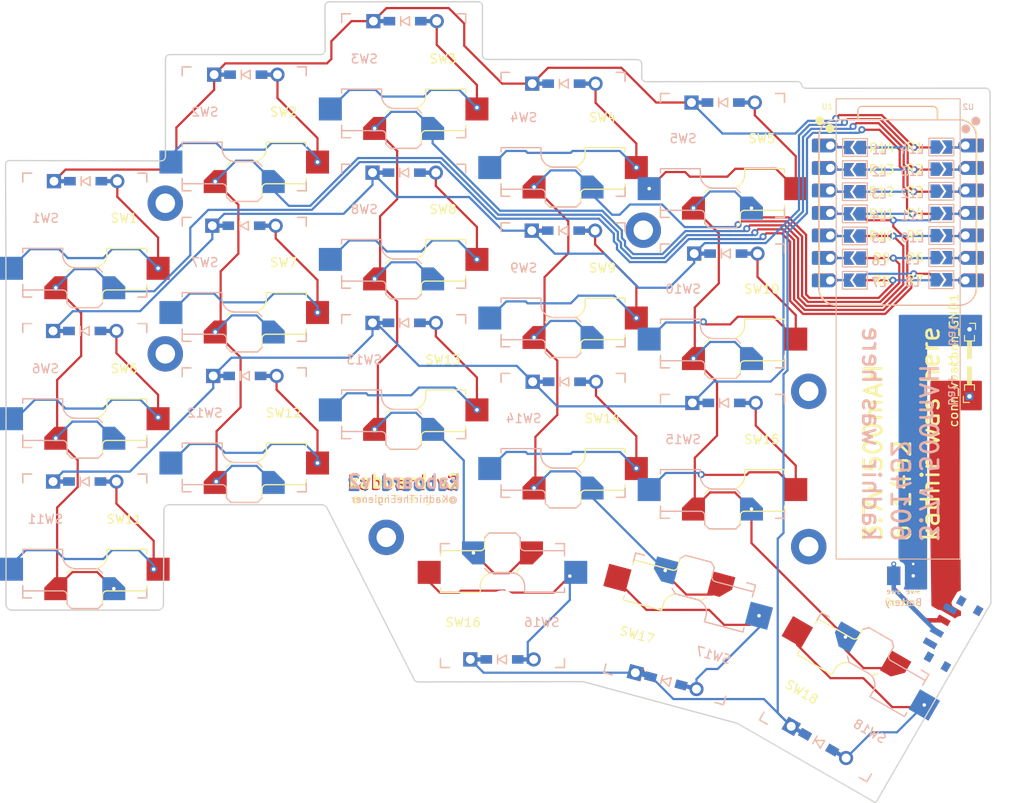
<source format=kicad_pcb>
(kicad_pcb (version 20241229) (generator "pcbnew") (generator_version "9.0")
  (title_block (title "temper") (date "2023-07-14") (rev "1.0") (company "raeedcho"))
  (layers (0 "F.Cu" signal) (2 "B.Cu" signal) (13 "F.Paste" user) (15 "B.Paste" user) (5 "F.SilkS" user "F.Silkscreen") (7 "B.SilkS" user "B.Silkscreen") (1 "F.Mask" user) (3 "B.Mask" user) (25 "Edge.Cuts" user))
  (net 0 "")
  (net 1 "row0")
  (net 2 "row1")
  (net 3 "row2")
  (net 4 "row3")
  (net 5 "GND")
  (net 6 "col0")
  (net 7 "col1")
  (net 8 "col2")
  (net 9 "col3")
  (net 10 "col4")
  (net 11 "Net-(BT1-+)")
  (net 12 "Net-(D1-A)")
  (net 13 "Net-(D2-A)")
  (net 14 "Net-(D3-A)")
  (net 15 "Net-(D4-A)")
  (net 16 "Net-(D5-A)")
  (net 17 "Net-(D6-A)")
  (net 18 "Net-(D7-A)")
  (net 19 "Net-(D8-A)")
  (net 20 "Net-(D9-A)")
  (net 21 "Net-(D10-A)")
  (net 22 "Net-(D11-A)")
  (net 23 "Net-(D12-A)")
  (net 24 "Net-(D13-A)")
  (net 25 "Net-(D14-A)")
  (net 26 "Net-(D15-A)")
  (net 27 "Net-(D16-A)")
  (net 28 "Net-(D17-A)")
  (net 29 "Net-(D18-A)")
  (net 31 "vbat")
  (net 32 "pin6L")
  (net 33 "pin7L")
  (net 34 "pin10L")
  (net 35 "pin11L")
  (net 36 "pin12L")
  (net 37 "pin13L")
  (net 38 "pin14L")
  (net 39 "pin6R")
  (net 40 "pin7R")
  (net 41 "pin10R")
  (net 42 "pin11R")
  (net 43 "pin12R")
  (net 44 "pin13R")
  (net 45 "pin14R")
  (footprint "dumta:D_SMD_TH" (layer "F.Cu") (at 86.0044 64.3128)
    (property "Reference" "D1" (hide yes))
    (property "Value" "D" (hide yes))
  )
  (footprint "dumta:D_SMD_TH" (layer "F.Cu") (at 104.0892 52.2732)
    (property "Reference" "D2" (hide yes))
    (property "Value" "D" (hide yes))
  )
  (footprint "dumta:D_SMD_TH" (layer "F.Cu") (at 122.0724 46.228)
    (property "Reference" "D3" (hide yes))
    (property "Value" "D" (hide yes))
  )
  (footprint "dumta:D_SMD_TH" (layer "F.Cu") (at 140.0048 53.2892)
    (property "Reference" "D4" (hide yes))
    (property "Value" "D" (hide yes))
  )
  (footprint "dumta:D_SMD_TH" (layer "F.Cu") (at 157.988 55.4228)
    (property "Reference" "D5" (hide yes))
    (property "Value" "D" (hide yes))
  )
  (footprint "dumta:D_SMD_TH" (layer "F.Cu") (at 85.9028 81.2292)
    (property "Reference" "D6" (hide yes))
    (property "Value" "D" (hide yes))
  )
  (footprint "dumta:D_SMD_TH" (layer "F.Cu") (at 103.886 69.342)
    (property "Reference" "D7" (hide yes))
    (property "Value" "D" (hide yes))
  )
  (footprint "dumta:D_SMD_TH" (layer "F.Cu") (at 121.9708 63.3476)
    (property "Reference" "D8" (hide yes))
    (property "Value" "D" (hide yes))
  )
  (footprint "dumta:D_SMD_TH" (layer "F.Cu") (at 139.954 69.9008)
    (property "Reference" "D9" (hide yes))
    (property "Value" "D" (hide yes))
  )
  (footprint "dumta:D_SMD_TH" (layer "F.Cu") (at 158.2928 72.4916)
    (property "Reference" "D10" (hide yes))
    (property "Value" "D" (hide yes))
  )
  (footprint "dumta:D_SMD_TH" (layer "F.Cu") (at 85.9028 98.2472)
    (property "Reference" "D11" (hide yes))
    (property "Value" "D" (hide yes))
  )
  (footprint "dumta:D_SMD_TH" (layer "F.Cu") (at 103.9876 86.3092)
    (property "Reference" "D12" (hide yes))
    (property "Value" "D" (hide yes))
  )
  (footprint "dumta:D_SMD_TH" (layer "F.Cu") (at 121.9708 80.3148)
    (property "Reference" "D13" (hide yes))
    (property "Value" "D" (hide yes))
  )
  (footprint "dumta:D_SMD_TH" (layer "F.Cu") (at 140.0556 86.9696)
    (property "Reference" "D14" (hide yes))
    (property "Value" "D" (hide yes))
  )
  (footprint "dumta:D_SMD_TH" (layer "F.Cu") (at 158.0896 89.3572)
    (property "Reference" "D15" (hide yes))
    (property "Value" "D" (hide yes))
  )
  (footprint "dumta:D_SMD_TH" (layer "F.Cu") (at 133.018562 118.343717)
    (property "Reference" "D16" (hide yes))
    (property "Value" "D" (hide yes))
  )
  (footprint "dumta:D_SMD_TH" (layer "F.Cu") (at 151.522713 120.769254 -15)
    (property "Reference" "D17" (hide yes))
    (property "Value" "D" (hide yes))
  )
  (footprint "dumta:D_SMD_TH" (layer "F.Cu") (at 168.768562 127.693717 -30)
    (property "Reference" "D18" (hide yes))
    (property "Value" "D" (hide yes))
  )
  (footprint "kadhir_switch:Kailh_socket_PG1350_reversible" (layer "F.Cu") (at 85.91 70.4)
    (property "Reference" "SW1")
    (property "Value" "SW_PUSH")
  )
  (footprint "kadhir_switch:Kailh_socket_PG1350_reversible" (layer "F.Cu") (at 103.91 58.4)
    (property "Reference" "SW2")
    (property "Value" "SW_PUSH")
  )
  (footprint "kadhir_switch:Kailh_socket_PG1350_reversible" (layer "F.Cu") (at 121.91 52.4)
    (property "Reference" "SW3")
    (property "Value" "SW_PUSH")
  )
  (footprint "kadhir_switch:Kailh_socket_PG1350_reversible" (layer "F.Cu") (at 139.91 59.02)
    (property "Reference" "SW4")
    (property "Value" "SW_PUSH")
  )
  (footprint "kadhir_switch:Kailh_socket_PG1350_reversible" (layer "F.Cu") (at 157.91 61.4)
    (property "Reference" "SW5")
    (property "Value" "SW_PUSH")
  )
  (footprint "kadhir_switch:Kailh_socket_PG1350_reversible" (layer "F.Cu") (at 85.91 87.4)
    (property "Reference" "SW6")
    (property "Value" "SW_PUSH")
  )
  (footprint "kadhir_switch:Kailh_socket_PG1350_reversible" (layer "F.Cu") (at 103.91 75.4)
    (property "Reference" "SW7")
    (property "Value" "SW_PUSH")
  )
  (footprint "kadhir_switch:Kailh_socket_PG1350_reversible" (layer "F.Cu") (at 121.91 69.4)
    (property "Reference" "SW8")
    (property "Value" "SW_PUSH")
  )
  (footprint "kadhir_switch:Kailh_socket_PG1350_reversible" (layer "F.Cu") (at 139.91 76.02)
    (property "Reference" "SW9")
    (property "Value" "SW_PUSH")
  )
  (footprint "kadhir_switch:Kailh_socket_PG1350_reversible" (layer "F.Cu") (at 157.91 78.4)
    (property "Reference" "SW10")
    (property "Value" "SW_PUSH")
  )
  (footprint "kadhir_switch:Kailh_socket_PG1350_reversible" (layer "F.Cu") (at 85.91 104.4)
    (property "Reference" "SW11")
    (property "Value" "SW_PUSH")
  )
  (footprint "kadhir_switch:Kailh_socket_PG1350_reversible" (layer "F.Cu") (at 103.91 92.4)
    (property "Reference" "SW12")
    (property "Value" "SW_PUSH")
  )
  (footprint "kadhir_switch:Kailh_socket_PG1350_reversible" (layer "F.Cu") (at 121.91 86.4)
    (property "Reference" "SW13")
    (property "Value" "SW_PUSH")
  )
  (footprint "kadhir_switch:Kailh_socket_PG1350_reversible" (layer "F.Cu") (at 139.91 93.025)
    (property "Reference" "SW14")
    (property "Value" "SW_PUSH")
  )
  (footprint "kadhir_switch:Kailh_socket_PG1350_reversible" (layer "F.Cu") (at 157.91 95.4)
    (property "Reference" "SW15")
    (property "Value" "SW_PUSH")
  )
  (footprint "kadhir_switch:Kailh_socket_PG1350_reversible" (layer "F.Cu") (at 133.068962 112.258517 180)
    (property "Reference" "SW16")
    (property "Value" "SW_PUSH")
  )
  (footprint "kadhir_switch:Kailh_socket_PG1350_reversible" (layer "F.Cu") (at 153.068431 114.888658 165)
    (property "Reference" "SW17")
    (property "Value" "SW_PUSH")
  )
  (footprint "kadhir_switch:Kailh_socket_PG1350_reversible" (layer "F.Cu") (at 171.651499 122.6 150)
    (property "Reference" "SW18")
    (property "Value" "SW_PUSH")
  )
  (footprint "kbd:LEGO_HOLE" (layer "F.Cu") (at 167.65 88.05)
    (property "Reference" "h2" (hide yes))
    (property "Value" "h2")
  )
  (footprint "kbd:LEGO_HOLE" (layer "F.Cu") (at 95 66.802)
    (property "Reference" "h6" (hide yes))
    (property "Value" "h6")
  )
  (footprint "kbd:LEGO_HOLE" (layer "F.Cu") (at 148.971 69.85)
    (property "Reference" "h7" (hide yes))
    (property "Value" "h7")
  )
  (footprint "kbd:LEGO_HOLE" (layer "F.Cu") (at 119.95 104.55)
    (property "Reference" "h4" (hide yes))
    (property "Value" "h4")
  )
  (footprint "kbd:LEGO_HOLE" (layer "F.Cu") (at 167.65 105.6)
    (property "Reference" "h3" (hide yes))
    (property "Value" "h3")
  )
  (footprint "kbd:LEGO_HOLE" (layer "F.Cu") (at 95 83.82)
    (property "Reference" "h5" (hide yes))
    (property "Value" "h5")
  )
  (footprint "Jumper:SolderJumper-2_P1.3mm_Open_TrianglePad1.0x1.5mm" (layer "F.Cu") (at 182.625 60.45)
    (property "Reference" "R1")
    (property "Value" "SolderJumper_pin1_right")
  )
  (footprint "dumta:power_switch_padreverse" (layer "F.Cu") (at 184 115.450962 60)
    (property "Reference" "PWR_SW1" (hide yes))
    (property "Value" "SW_SPDT")
  )
  (footprint "Jumper:SolderJumper-2_P1.3mm_Open_TrianglePad1.0x1.5mm" (layer "F.Cu") (at 182.625 62.95)
    (property "Reference" "R2")
    (property "Value" "SolderJumper_pin2_right")
  )
  (footprint "Jumper:SolderJumper-2_P1.3mm_Open_TrianglePad1.0x1.5mm" (layer "F.Cu") (at 172.875 75.5 180)
    (property "Reference" "R8")
    (property "Value" "SolderJumper_pin8_right")
  )
  (footprint "Jumper:SolderJumper-2_P1.3mm_Open_TrianglePad1.0x1.5mm" (layer "F.Cu") (at 172.875 73 180)
    (property "Reference" "R9")
    (property "Value" "SolderJumper_pin9_right")
  )
  (footprint "Jumper:SolderJumper-2_P1.3mm_Open_TrianglePad1.0x1.5mm" (layer "F.Cu") (at 172.875 65.5 180)
    (property "Reference" "R12")
    (property "Value" "SolderJumper_pin12_right")
  )
  (footprint "Jumper:SolderJumper-2_P1.3mm_Open_TrianglePad1.0x1.5mm" (layer "F.Cu") (at 182.625 65.45)
    (property "Reference" "R3")
    (property "Value" "SolderJumper_pin3_right")
  )
  (footprint "Jumper:SolderJumper-2_P1.3mm_Open_TrianglePad1.0x1.5mm" (layer "F.Cu") (at 182.625 67.95)
    (property "Reference" "R4")
    (property "Value" "SolderJumper_pin4_right")
  )
  (footprint "Jumper:SolderJumper-2_P1.3mm_Open_TrianglePad1.0x1.5mm" (layer "F.Cu") (at 172.875 68 180)
    (property "Reference" "R11")
    (property "Value" "SolderJumper_pin11_right")
  )
  (footprint "Jumper:SolderJumper-2_P1.3mm_Open_TrianglePad1.0x1.5mm" (layer "F.Cu") (at 182.625 70.45)
    (property "Reference" "R5")
    (property "Value" "SolderJumper_pin5_right")
  )
  (footprint "Jumper:SolderJumper-2_P1.3mm_Open_TrianglePad1.0x1.5mm" (layer "F.Cu") (at 172.875 70.5 180)
    (property "Reference" "R10")
    (property "Value" "SolderJumper_pin10_right")
  )
  (footprint "Connector_PinHeader_1.00mm:PinHeader_1x01_P1.00mm_Horizontal" (layer "F.Cu") (at 185.8 88.625 90)
    (property "Reference" "conn_vbat1")
    (property "Value" "Conn_01x01_Pin")
  )
  (footprint "Jumper:SolderJumper-2_P1.3mm_Open_TrianglePad1.0x1.5mm" (layer "F.Cu") (at 182.625 72.95)
    (property "Reference" "R6")
    (property "Value" "SolderJumper_pin6_right")
  )
  (footprint "Connector_PinHeader_1.00mm:PinHeader_1x01_P1.00mm_Horizontal" (layer "F.Cu") (at 185.8 81.05 -90)
    (property "Reference" "conn_GND1")
    (property "Value" "Conn_01x01_Pin")
  )
  (footprint "Seeed Studio XIAO Series Library:XIAO-nRF52840-DIP" (layer "F.Cu") (at 177.75 67.88)
    (property "Reference" "U1")
    (property "Value" "XIAO-nRF52840-DIP")
  )
  (footprint "Jumper:SolderJumper-2_P1.3mm_Open_TrianglePad1.0x1.5mm" (layer "F.Cu") (at 172.875 63 180)
    (property "Reference" "R13")
    (property "Value" "SolderJumper_pin13_right")
  )
  (footprint "dumta:Battery_pads_reversible" (layer "F.Cu") (at 178.35 108.9)
    (property "Reference" "BT1" (hide yes))
    (property "Value" "Battery_Cell")
  )
  (footprint "Jumper:SolderJumper-2_P1.3mm_Open_TrianglePad1.0x1.5mm" (layer "F.Cu") (at 182.625 75.45)
    (property "Reference" "R7")
    (property "Value" "SolderJumper_pin7_right")
  )
  (footprint "Jumper:SolderJumper-2_P1.3mm_Open_TrianglePad1.0x1.5mm" (layer "F.Cu") (at 172.9 60.5 180)
    (property "Reference" "R14")
    (property "Value" "SolderJumper_pin14_right")
  )
  (footprint "Seeed Studio XIAO Series Library:XIAO-nRF52840-DIP" (layer "B.Cu") (at 177.67 67.92 180)
    (property "Reference" "U2")
    (property "Value" "XIAO-nRF52840-DIP")
  )
  (footprint "Jumper:SolderJumper-2_P1.3mm_Open_TrianglePad1.0x1.5mm" (layer "B.Cu") (at 172.85 75.5 180)
    (property "Reference" "L7")
    (property "Value" "SolderJumper_pin7_left")
  )
  (footprint "Jumper:SolderJumper-2_P1.3mm_Open_TrianglePad1.0x1.5mm" (layer "B.Cu") (at 172.85 63 180)
    (property "Reference" "L2")
    (property "Value" "SolderJumper_pin2_left")
  )
  (footprint "Jumper:SolderJumper-2_P1.3mm_Open_TrianglePad1.0x1.5mm" (layer "B.Cu") (at 172.85 65.5 180)
    (property "Reference" "L3")
    (property "Value" "SolderJumper_pin3_left")
  )
  (footprint "Jumper:SolderJumper-2_P1.3mm_Open_TrianglePad1.0x1.5mm" (layer "B.Cu") (at 172.85 73 180)
    (property "Reference" "L6")
    (property "Value" "SolderJumper_pin6_left")
  )
  (footprint "Jumper:SolderJumper-2_P1.3mm_Open_TrianglePad1.0x1.5mm" (layer "B.Cu") (at 182.625 67.95)
    (property "Reference" "L11")
    (property "Value" "SolderJumper_pin11_left")
  )
  (footprint "Jumper:SolderJumper-2_P1.3mm_Open_TrianglePad1.0x1.5mm" (layer "B.Cu") (at 182.625 60.45)
    (property "Reference" "L14")
    (property "Value" "SolderJumper_pin14_left")
  )
  (footprint "Jumper:SolderJumper-2_P1.3mm_Open_TrianglePad1.0x1.5mm" (layer "B.Cu") (at 182.625 70.45)
    (property "Reference" "L10")
    (property "Value" "SolderJumper_pin10_left")
  )
  (footprint "Jumper:SolderJumper-2_P1.3mm_Open_TrianglePad1.0x1.5mm" (layer "B.Cu") (at 172.85 68 180)
    (property "Reference" "L4")
    (property "Value" "SolderJumper_pin4_left")
  )
  (footprint "Jumper:SolderJumper-2_P1.3mm_Open_TrianglePad1.0x1.5mm" (layer "B.Cu") (at 182.625 65.45)
    (property "Reference" "L12")
    (property "Value" "SolderJumper_pin12_left")
  )
  (footprint "Jumper:SolderJumper-2_P1.3mm_Open_TrianglePad1.0x1.5mm" (layer "B.Cu") (at 182.625 75.45)
    (property "Reference" "L8")
    (property "Value" "SolderJumper_pin8_left")
  )
  (footprint "Jumper:SolderJumper-2_P1.3mm_Open_TrianglePad1.0x1.5mm" (layer "B.Cu") (at 172.875 60.5 180)
    (property "Reference" "L1")
    (property "Value" "SolderJumper_pin1_left")
  )
  (footprint "Jumper:SolderJumper-2_P1.3mm_Open_TrianglePad1.0x1.5mm" (layer "B.Cu") (at 172.85 70.5 180)
    (property "Reference" "L5")
    (property "Value" "SolderJumper_pin5_left")
  )
  (footprint "Jumper:SolderJumper-2_P1.3mm_Open_TrianglePad1.0x1.5mm" (layer "B.Cu") (at 182.625 72.95)
    (property "Reference" "L9")
    (property "Value" "SolderJumper_pin9_left")
  )
  (footprint "Jumper:SolderJumper-2_P1.3mm_Open_TrianglePad1.0x1.5mm" (layer "B.Cu") (at 182.625 62.95)
    (property "Reference" "L13")
    (property "Value" "SolderJumper_pin13_left")
  )
  (gr_rect (start 170.75 55) (end 184.75 107) (stroke (width 0.1)) (fill no) (layer "F.SilkS"))
  (gr_rect (start 170.75 55) (end 184.75 107) (stroke (width 0.1)) (fill no) (layer "B.SilkS"))
  (gr_line (start 187.62 53.805) (end 167.3304 53.81502) (stroke (width 0.15)) (layer "Edge.Cuts"))
  (gr_line (start 94.515447 62.020847) (end 77.420399 61.976003) (stroke (width 0.15)) (layer "Edge.Cuts"))
  (gr_line (start 175.3 134.4) (end 188.214 112.014) (stroke (width 0.15)) (layer "Edge.Cuts"))
  (gr_line (start 159.55 125.55) (end 175.05 134.45) (stroke (width 0.15)) (layer "Edge.Cuts"))
  (gr_line (start 123.55 120.888606) (end 142.15 120.85) (stroke (width 0.15)) (layer "Edge.Cuts"))
  (gr_arc (start 166.360498 53.055) (mid 166.676734 53.167708) (end 166.8504 53.45502) (stroke (width 0.15)) (layer "Edge.Cuts"))
  (gr_arc (start 167.3304 53.81502) (mid 167.0304 53.71502) (end 166.8504 53.45502) (stroke (width 0.15)) (layer "Edge.Cuts"))
  (gr_line (start 166.360498 53.055) (end 149.2932 53.06902) (stroke (width 0.15)) (layer "Edge.Cuts"))
  (gr_arc (start 95.015447 61.520847) (mid 94.869 61.8744) (end 94.515447 62.020847) (stroke (width 0.15)) (layer "Edge.Cuts"))
  (gr_arc (start 95.01712 50.50682) (mid 95.163567 50.153267) (end 95.51712 50.00682) (stroke (width 0.15)) (layer "Edge.Cuts"))
  (gr_line (start 130.31 44.0362) (end 113.53 44.049553) (stroke (width 0.15)) (layer "Edge.Cuts"))
  (gr_line (start 130.81 50.0534) (end 130.81 44.5362) (stroke (width 0.15)) (layer "Edge.Cuts"))
  (gr_line (start 148.2932 50.56902) (end 131.31 50.5534) (stroke (width 0.15)) (layer "Edge.Cuts"))
  (gr_line (start 148.7932 52.56902) (end 148.7932 51.06902) (stroke (width 0.15)) (layer "Edge.Cuts"))
  (gr_line (start 95.01712 50.50682) (end 95.015447 61.520847) (stroke (width 0.15)) (layer "Edge.Cuts"))
  (gr_line (start 112.54712 50.00682) (end 95.51712 50.00682) (stroke (width 0.15)) (layer "Edge.Cuts"))
  (gr_line (start 113.03 44.549553) (end 113.04712 49.50682) (stroke (width 0.15)) (layer "Edge.Cuts"))
  (gr_arc (start 113.04712 49.50682) (mid 112.900673 49.860373) (end 112.54712 50.00682) (stroke (width 0.15)) (layer "Edge.Cuts"))
  (gr_arc (start 113.03 44.549553) (mid 113.176447 44.196) (end 113.53 44.049553) (stroke (width 0.15)) (layer "Edge.Cuts"))
  (gr_arc (start 130.31 44.0362) (mid 130.663553 44.182647) (end 130.81 44.5362) (stroke (width 0.15)) (layer "Edge.Cuts"))
  (gr_arc (start 131.31 50.5534) (mid 130.956447 50.406953) (end 130.81 50.0534) (stroke (width 0.15)) (layer "Edge.Cuts"))
  (gr_arc (start 148.2932 50.56902) (mid 148.646753 50.715467) (end 148.7932 51.06902) (stroke (width 0.15)) (layer "Edge.Cuts"))
  (gr_arc (start 149.2932 53.06902) (mid 148.939647 52.922573) (end 148.7932 52.56902) (stroke (width 0.15)) (layer "Edge.Cuts"))
  (gr_line (start 95.4532 100.862652) (end 112.6236 100.862652) (stroke (width 0.15)) (layer "Edge.Cuts"))
  (gr_line (start 94.7928 110.744) (end 94.8436 101.472252) (stroke (width 0.15)) (layer "Edge.Cuts"))
  (gr_arc (start 112.6236 100.862652) (mid 113.02279 100.980057) (end 113.294857 101.294883) (stroke (width 0.15)) (layer "Edge.Cuts"))
  (gr_arc (start 123.55 120.888606) (mid 123.327502 120.840407) (end 123.144897 120.704453) (stroke (width 0.15)) (layer "Edge.Cuts"))
  (gr_line (start 77.0128 93.7768) (end 77.0128 110.744) (stroke (width 0.15)) (layer "Edge.Cuts"))
  (gr_line (start 76.962 62.4332) (end 77.0128 76.708) (stroke (width 0.15)) (layer "Edge.Cuts"))
  (gr_line (start 188.12 54.305) (end 188.214 112.014) (stroke (width 0.15)) (layer "Edge.Cuts"))
  (gr_line (start 94.7928 112.1156) (end 94.7928 110.744) (stroke (width 0.15)) (layer "Edge.Cuts"))
  (gr_arc (start 175.3 134.4) (mid 175.185355 134.476777) (end 175.05 134.45) (stroke (width 0.15)) (layer "Edge.Cuts"))
  (gr_arc (start 94.8436 101.472252) (mid 95.022148 101.0412) (end 95.4532 100.862652) (stroke (width 0.15)) (layer "Edge.Cuts"))
  (gr_arc (start 94.7928 112.1156) (mid 94.599373 112.582573) (end 94.1324 112.776) (stroke (width 0.15)) (layer "Edge.Cuts"))
  (gr_line (start 77.0128 112.1156) (end 77.0128 110.744) (stroke (width 0.15)) (layer "Edge.Cuts"))
  (gr_arc (start 187.62 53.805) (mid 187.971764 53.951737) (end 188.114975 54.30495) (stroke (width 0.15)) (layer "Edge.Cuts"))
  (gr_line (start 77.0128 76.708) (end 77.0128 93.7768) (stroke (width 0.15)) (layer "Edge.Cuts"))
  (gr_line (start 113.294857 101.294883) (end 123.144897 120.704453) (stroke (width 0.15)) (layer "Edge.Cuts"))
  (gr_arc (start 76.962 62.4332) (mid 77.095911 62.109911) (end 77.4192 61.976) (stroke (width 0.15)) (layer "Edge.Cuts"))
  (gr_line (start 77.6732 112.776) (end 94.1324 112.776) (stroke (width 0.15)) (layer "Edge.Cuts"))
  (gr_line (start 142.15 120.85) (end 159.55 125.55) (stroke (width 0.15)) (layer "Edge.Cuts"))
  (gr_arc (start 77.6732 112.776) (mid 77.206227 112.582573) (end 77.0128 112.1156) (stroke (width 0.15)) (layer "Edge.Cuts"))
  (gr_text "kaboard v2" (at 128.4 98.39 0) (layer "F.Cu") (effects (font (size 1.5 1.5) (thickness 0.3)) (justify right)))
  (gr_text "kaboard v2" (at 128.4 98.5 0) (layer "B.Cu") (effects (font (size 1.5 1.5) (thickness 0.3)) (justify left mirror)))
  (gr_text "kaboard v2" (at 128.52 98.25 0) (layer "F.SilkS") (effects (font (size 1.5 1.5) (thickness 0.3)) (justify right)))
  (gr_text "3.7v 500mAH\n601452\nkadhir was here\n" (at 182.55 105.2 90) (layer "F.SilkS") (effects (font (size 2 2) (thickness 0.3) (bold yes)) (justify left bottom)))
  (gr_text "@KadhirTheEngineer" (at 122 100.25 0) (layer "F.SilkS") (effects (font (size 0.8 0.8) (thickness 0.1))))
  (gr_text "3.7v 500mAH\n601452\nkadhir was here" (at 173.55 105.2 270) (layer "B.SilkS") (effects (font (size 2 2) (thickness 0.3) (bold yes)) (justify left bottom mirror)))
  (gr_text "@KadhirTheEngiener" (at 122 100.25 0) (layer "B.SilkS") (effects (font (size 0.8 0.8) (thickness 0.1)) (justify mirror)))
  (gr_text "bat-" (at 183.95 81.15 -90) (layer "B.SilkS") (effects (font (size 1 1)) (justify mirror)))
  (gr_text "kaboard v2" (at 128.53 98.25 0) (layer "B.SilkS") (effects (font (size 1.5 1.5) (thickness 0.3)) (justify left mirror)))
  (gr_text "bat+" (at 183.9 87.9 -90) (layer "B.SilkS") (effects (font (size 1 1)) (justify mirror)))
  (segment (start 119.9744 44.75) (end 127 44.75) (width 0.25) (layer "F.Cu") (net 1))
  (segment (start 170.709275 57.223) (end 171.083275 56.849) (width 0.25) (layer "F.Cu") (net 1))
  (segment (start 113.75 50.5) (end 113.75 48.5) (width 0.25) (layer "F.Cu") (net 1))
  (segment (start 128.75 49) (end 133.0392 53.2892) (width 0.25) (layer "F.Cu") (net 1))
  (segment (start 171.083275 56.849) (end 175.899 56.849) (width 0.25) (layer "F.Cu") (net 1))
  (segment (start 128.75 46.5) (end 128.75 49) (width 0.25) (layer "F.Cu") (net 1))
  (segment (start 127 44.75) (end 128.75 46.5) (width 0.25) (layer "F.Cu") (net 1))
  (segment (start 146.5 51.5) (end 150.4228 55.4228) (width 0.25) (layer "F.Cu") (net 1))
  (segment (start 83.7412 63) (end 94.5 63) (width 0.25) (layer "F.Cu") (net 1))
  (segment (start 96.25 58.25) (end 100.5132 53.9868) (width 0.25) (layer "F.Cu") (net 1))
  (segment (start 150.4228 55.4228) (end 154.412 55.4228) (width 0.25) (layer "F.Cu") (net 1))
  (segment (start 96.25 61.25) (end 96.25 58.25) (width 0.25) (layer "F.Cu") (net 1))
  (segment (start 113.75 48.5) (end 116.022 46.228) (width 0.25) (layer "F.Cu") (net 1))
  (segment (start 94.5 63) (end 96.25 61.25) (width 0.25) (layer "F.Cu") (net 1))
  (segment (start 100.5132 52.2732) (end 101.7864 51) (width 0.25) (layer "F.Cu") (net 1))
  (segment (start 136.4288 53.2892) (end 138.218 51.5) (width 0.25) (layer "F.Cu") (net 1))
  (segment (start 101.7864 51) (end 113.25 51) (width 0.25) (layer "F.Cu") (net 1))
  (segment (start 133.0392 53.2892) (end 136.4288 53.2892) (width 0.25) (layer "F.Cu") (net 1))
  (segment (start 175.899 56.849) (end 179.55 60.5) (width 0.25) (layer "F.Cu") (net 1))
  (segment (start 116.022 46.228) (end 118.4964 46.228) (width 0.25) (layer "F.Cu") (net 1))
  (segment (start 100.5132 53.9868) (end 100.5132 52.2732) (width 0.25) (layer "F.Cu") (net 1))
  (segment (start 138.218 51.5) (end 146.5 51.5) (width 0.25) (layer "F.Cu") (net 1))
  (segment (start 113.25 51) (end 113.75 50.5) (width 0.25) (layer "F.Cu") (net 1))
  (segment (start 82.4284 64.3128) (end 83.7412 63) (width 0.25) (layer "F.Cu") (net 1))
  (segment (start 118.4964 46.228) (end 119.9744 44.75) (width 0.25) (layer "F.Cu") (net 1))
  (segment (start 179.55 60.5) (end 182.075 60.5) (width 0.25) (layer "F.Cu") (net 1))
  (via (at 170.709275 57.223) (size 0.8) (drill 0.4) (layers "F.Cu" "B.Cu") (net 1))
  (via (at 179.55 60.5) (size 0.8) (drill 0.4) (layers "F.Cu" "B.Cu") (net 1))
  (segment (start 170.435275 57.497) (end 167.92662 57.497) (width 0.25) (layer "B.Cu") (net 1))
  (segment (start 166.36319 58.68681) (end 166.122412 58.927588) (width 0.25) (layer "B.Cu") (net 1))
  (segment (start 166.122412 58.927588) (end 157.916788 58.927588) (width 0.25) (layer "B.Cu") (net 1))
  (segment (start 157.916788 58.927588) (end 154.412 55.4228) (width 0.25) (layer "B.Cu") (net 1))
  (segment (start 167.92662 57.497) (end 167.553 57.497) (width 0.25) (layer "B.Cu") (net 1))
  (segment (start 167.28881 57.76119) (end 166.36319 58.68681) (width 0.25) (layer "B.Cu") (net 1))
  (segment (start 167.3 57.75) (end 167.28881 57.76119) (width 0.25) (layer "B.Cu") (net 1))
  (segment (start 167.553 57.497) (end 167.3 57.75) (width 0.25) (layer "B.Cu") (net 1))
  (segment (start 179.55 60.5) (end 173.45 60.5) (width 0.25) (layer "B.Cu") (net 1))
  (segment (start 170.709275 57.223) (end 170.435275 57.497) (width 0.25) (layer "B.Cu") (net 1))
  (segment (start 179.55 63) (end 178.824 62.274) (width 0.25) (layer "F.Cu") (net 2))
  (segment (start 178.824 60.41181) (end 175.71219 57.3) (width 0.25) (layer "F.Cu") (net 2))
  (segment (start 179.55 63) (end 182.05 63) (width 0.25) (layer "F.Cu") (net 2))
  (segment (start 178.824 62.274) (end 178.824 60.41181) (width 0.25) (layer "F.Cu") (net 2))
  (segment (start 171.687922 57.674) (end 171.756303 57.605619) (width 0.25) (layer "F.Cu") (net 2))
  (segment (start 171.756303 57.605619) (end 171.756303 57.524961) (width 0.25) (layer "F.Cu") (net 2))
  (segment (start 175.71219 57.3) (end 172.061922 57.3) (width 0.25) (layer "F.Cu") (net 2))
  (segment (start 172.061922 57.3) (end 171.687922 57.674) (width 0.25) (layer "F.Cu") (net 2))
  (via (at 171.687922 57.674) (size 0.8) (drill 0.4) (layers "F.Cu" "B.Cu") (net 2))
  (via (at 179.55 63) (size 0.8) (drill 0.4) (layers "F.Cu" "B.Cu") (net 2))
  (segment (start 167.73981 57.948) (end 171.413922 57.948) (width 0.25) (layer "B.Cu") (net 2))
  (segment (start 133.1008 69.9008) (end 136.378 69.9008) (width 0.25) (layer "B.Cu") (net 2))
  (segment (start 179.55 63) (end 173.475 63) (width 0.25) (layer "B.Cu") (net 2))
  (segment (start 129.3 66.1) (end 133.1008 69.9008) (width 0.25) (layer "B.Cu") (net 2))
  (segment (start 121.1472 66.1) (end 129.3 66.1) (width 0.25) (layer "B.Cu") (net 2))
  (segment (start 101.652 68) (end 115.122204 68) (width 0.25) (layer "B.Cu") (net 2))
  (segment (start 138.9772 72.5) (end 144.577796 72.5) (width 0.25) (layer "B.Cu") (net 2))
  (segment (start 162.8 71.3) (end 166.55 67.55) (width 0.25) (layer "B.Cu") (net 2))
  (segment (start 82.3268 81.2292) (end 84.556 79) (width 0.25) (layer "B.Cu") (net 2))
  (segment (start 154.7168 72.4916) (end 155.9084 71.3) (width 0.25) (layer "B.Cu") (net 2))
  (segment (start 92.15 79) (end 100.31 70.84) (width 0.25) (layer "B.Cu") (net 2))
  (segment (start 100.31 70.84) (end 100.31 69.342) (width 0.25) (layer "B.Cu") (net 2))
  (segment (start 166.55 59.13781) (end 167.73981 57.948) (width 0.25) (layer "B.Cu") (net 2))
  (segment (start 148.427796 76.35) (end 151.9084 76.35) (width 0.25) (layer "B.Cu") (net 2))
  (segment (start 166.55 67.55) (end 166.55 59.13781) (width 0.25) (layer "B.Cu") (net 2))
  (segment (start 171.413922 57.948) (end 171.687922 57.674) (width 0.25) (layer "B.Cu") (net 2))
  (segment (start 100.31 69.342) (end 101.652 68) (width 0.25) (layer "B.Cu") (net 2))
  (segment (start 84.556 79) (end 92.15 79) (width 0.25) (layer "B.Cu") (net 2))
  (segment (start 144.577796 72.5) (end 148.427796 76.35) (width 0.25) (layer "B.Cu") (net 2))
  (segment (start 118.3948 63.3476) (end 121.1472 66.1) (width 0.25) (layer "B.Cu") (net 2))
  (segment (start 151.9084 76.35) (end 154.7168 73.5416) (width 0.25) (layer "B.Cu") (net 2))
  (segment (start 136.378 69.9008) (end 138.9772 72.5) (width 0.25) (layer "B.Cu") (net 2))
  (segment (start 154.7168 73.5416) (end 154.7168 72.4916) (width 0.25) (layer "B.Cu") (net 2))
  (segment (start 118.3948 64.727404) (end 118.3948 63.3476) (width 0.25) (layer "B.Cu") (net 2))
  (segment (start 155.9084 71.3) (end 162.8 71.3) (width 0.25) (layer "B.Cu") (net 2))
  (segment (start 115.122204 68) (end 118.3948 64.727404) (width 0.25) (layer "B.Cu") (net 2))
  (segment (start 178.373 62.46081) (end 178.8 62.88781) (width 0.25) (layer "F.Cu") (net 3))
  (segment (start 179.5 65.5) (end 182.05 65.5) (width 0.25) (layer "F.Cu") (net 3))
  (segment (start 175.529967 57.755587) (end 178.373 60.59862) (width 0.25) (layer "F.Cu") (net 3))
  (segment (start 172.65877 58.125) (end 172.65877 58.117721) (width 0.25) (layer "F.Cu") (net 3))
  (segment (start 178.373 60.59862) (end 178.373 62.46081) (width 0.25) (layer "F.Cu") (net 3))
  (segment (start 178.8 62.88781) (end 178.8 64.8) (width 0.25) (layer "F.Cu") (net 3))
  (segment (start 172.65877 58.117721) (end 173.020904 57.755587) (width 0.25) (layer "F.Cu") (net 3))
  (segment (start 178.8 64.8) (end 179.5 65.5) (width 0.25) (layer "F.Cu") (net 3))
  (segment (start 173.020904 57.755587) (end 175.529967 57.755587) (width 0.25) (layer "F.Cu") (net 3))
  (via (at 179.5 65.5) (size 0.8) (drill 0.4) (layers "F.Cu" "B.Cu") (net 3))
  (via (at 172.65877 58.125) (size 0.8) (drill 0.4) (layers "F.Cu" "B.Cu") (net 3))
  (segment (start 83.4528 97.1212) (end 91.001004 97.1212) (width 0.25) (layer "B.Cu") (net 3))
  (segment (start 167.001 59.32462) (end 167.92662 58.399) (width 0.25) (layer "B.Cu") (net 3))
  (segment (start 154.1208 89.75) (end 154.5136 89.3572) (width 0.25) (layer "B.Cu") (net 3))
  (segment (start 167.92662 58.399) (end 172.377491 58.399) (width 0.25) (layer "B.Cu") (net 3))
  (segment (start 179.5 65.5) (end 173.475 65.5) (width 0.25) (layer "B.Cu") (net 3))
  (segment (start 118.781213 80.3148) (end 123.639513 85.1731) (width 0.25) (layer "B.Cu") (net 3))
  (segment (start 156.9208 86.95) (end 163.35 86.95) (width 0.25) (layer "B.Cu") (net 3))
  (segment (start 115.872204 84.25) (end 118.3948 81.727404) (width 0.25) (layer "B.Cu") (net 3))
  (segment (start 163.35 86.95) (end 164.8 85.5) (width 0.25) (layer "B.Cu") (net 3))
  (segment (start 136.4796 86.9696) (end 139.26 89.75) (width 0.25) (layer "B.Cu") (net 3))
  (segment (start 134.6831 85.1731) (end 136.4796 86.9696) (width 0.25) (layer "B.Cu") (net 3))
  (segment (start 118.3948 80.3148) (end 118.781213 80.3148) (width 0.25) (layer "B.Cu") (net 3))
  (segment (start 164.8 85.5) (end 164.8 69.93781) (width 0.25) (layer "B.Cu") (net 3))
  (segment (start 154.5136 89.3572) (end 156.9208 86.95) (width 0.25) (layer "B.Cu") (net 3))
  (segment (start 172.651491 58.125) (end 172.65877 58.125) (width 0.25) (layer "B.Cu") (net 3))
  (segment (start 82.3268 98.2472) (end 83.4528 97.1212) (width 0.25) (layer "B.Cu") (net 3))
  (segment (start 164.8 69.93781) (end 167.001 67.73681) (width 0.25) (layer "B.Cu") (net 3))
  (segment (start 139.26 89.75) (end 154.1208 89.75) (width 0.25) (layer "B.Cu") (net 3))
  (segment (start 123.639513 85.1731) (end 134.6831 85.1731) (width 0.25) (layer "B.Cu") (net 3))
  (segment (start 172.377491 58.399) (end 172.651491 58.125) (width 0.25) (layer "B.Cu") (net 3))
  (segment (start 100.4116 86.3092) (end 102.4708 84.25) (width 0.25) (layer "B.Cu") (net 3))
  (segment (start 102.4708 84.25) (end 115.872204 84.25) (width 0.25) (layer "B.Cu") (net 3))
  (segment (start 118.3948 81.727404) (end 118.3948 80.3148) (width 0.25) (layer "B.Cu") (net 3))
  (segment (start 167.001 67.73681) (end 167.001 59.32462) (width 0.25) (layer "B.Cu") (net 3))
  (segment (start 91.001004 97.1212) (end 100.4116 87.710604) (width 0.25) (layer "B.Cu") (net 3))
  (segment (start 154.5136 89.3572) (end 155.5636 89.3572) (width 0.25) (layer "B.Cu") (net 3))
  (segment (start 100.4116 87.710604) (end 100.4116 86.3092) (width 0.25) (layer "B.Cu") (net 3))
  (segment (start 173.65 58.5) (end 175.63657 58.5) (width 0.25) (layer "F.Cu") (net 4))
  (segment (start 177.922 62.64762) (end 178.349 63.07462) (width 0.25) (layer "F.Cu") (net 4))
  (segment (start 177.922 60.78543) (end 177.922 62.64762) (width 0.25) (layer "F.Cu") (net 4))
  (segment (start 179.35 68) (end 182.05 68) (width 0.25) (layer "F.Cu") (net 4))
  (segment (start 175.63657 58.5) (end 177.922 60.78543) (width 0.25) (layer "F.Cu") (net 4))
  (segment (start 178.349 64.98681) (end 178.75 65.38781) (width 0.25) (layer "F.Cu") (net 4))
  (segment (start 148.345849 120.274463) (end 148.999046 119.621266) (width 0.25) (layer "F.Cu") (net 4))
  (segment (start 178.75 67.4) (end 179.35 68) (width 0.25) (layer "F.Cu") (net 4))
  (segment (start 178.75 65.38781) (end 178.75 67.4) (width 0.25) (layer "F.Cu") (net 4))
  (segment (start 178.349 63.07462) (end 178.349 64.98681) (width 0.25) (layer "F.Cu") (net 4))
  (via (at 179.35 68) (size 0.8) (drill 0.4) (layers "F.Cu" "B.Cu") (net 4))
  (via (at 173.65 58.5) (size 0.8) (drill 0.4) (layers "F.Cu" "B.Cu") (net 4))
  (segment (start 172.35805 58.851) (end 172.95949 58.851) (width 0.25) (layer "B.Cu") (net 4))
  (segment (start 167.452 67.92362) (end 167.452 59.51143) (width 0.25) (layer "B.Cu") (net 4))
  (segment (start 172.96049 58.85) (end 173.3 58.85) (width 0.25) (layer "B.Cu") (net 4))
  (segment (start 164.8 104.05) (end 164.8 86.13781) (width 0.25) (layer "B.Cu") (net 4))
  (segment (start 165.251 70.12462) (end 167.452 67.92362) (width 0.25) (layer "B.Cu") (net 4))
  (segment (start 164.15 104.7) (end 164.8 104.05) (width 0.25) (layer "B.Cu") (net 4))
  (segment (start 168.11343 58.85) (end 172.35705 58.85) (width 0.25) (layer "B.Cu") (net 4))
  (segment (start 129.442562 118.343717) (end 130.942562 119.843717) (width 0.25) (layer "B.Cu") (net 4))
  (segment (start 167.452 59.51143) (end 168.11343 58.85) (width 0.25) (layer "B.Cu") (net 4))
  (segment (start 164.8 86.13781) (end 165.251 85.68681) (width 0.25) (layer "B.Cu") (net 4))
  (segment (start 165.671655 125.905717) (end 164.15 124.384062) (width 0.25) (layer "B.Cu") (net 4))
  (segment (start 152.370791 122.820791) (end 162.586729 122.820791) (width 0.25) (layer "B.Cu") (net 4))
  (segment (start 149.393717 119.843717) (end 152.370791 122.820791) (width 0.25) (layer "B.Cu") (net 4))
  (segment (start 173.3 58.85) (end 173.65 58.5) (width 0.25) (layer "B.Cu") (net 4))
  (segment (start 165.251 85.68681) (end 165.251 70.12462) (width 0.25) (layer "B.Cu") (net 4))
  (segment (start 179.35 68) (end 173.475 68) (width 0.25) (layer "B.Cu") (net 4))
  (segment (start 148.068562 119.843717) (end 149.393717 119.843717) (width 0.25) (layer "B.Cu") (net 4))
  (segment (start 172.95949 58.851) (end 172.96049 58.85) (width 0.25) (layer "B.Cu") (net 4))
  (segment (start 164.15 124.384062) (end 164.15 104.7) (width 0.25) (layer "B.Cu") (net 4))
  (segment (start 130.942562 119.843717) (end 148.068562 119.843717) (width 0.25) (layer "B.Cu") (net 4))
  (segment (start 172.35705 58.85) (end 172.35805 58.851) (width 0.25) (layer "B.Cu") (net 4))
  (segment (start 162.586729 122.820791) (end 165.671655 125.905717) (width 0.25) (layer "B.Cu") (net 4))
  (via (at 179.45 108.9) (size 0.8) (drill 0.4) (layers "F.Cu" "B.Cu") (net 5))
  (segment (start 165.81019 78.11143) (end 166.07438 78.37562) (width 0.25) (layer "F.Cu") (net 6))
  (segment (start 179.229 75.98753) (end 179.229 75.049) (width 0.25) (layer "F.Cu") (net 6))
  (segment (start 167.749 79.303) (end 170.31419 79.303) (width 0.25) (layer "F.Cu") (net 6))
  (segment (start 164.602 70.202) (end 165.546 71.146) (width 0.25) (layer "F.Cu") (net 6))
  (segment (start 181.325 74.775) (end 182.05 75.5) (width 0.25) (layer "F.Cu") (net 6))
  (segment (start 162.487347 70.575) (end 162.860347 70.202) (width 0.25) (layer "F.Cu") (net 6))
  (segment (start 87.309 108.474) (end 89.185 110.35) (width 0.25) (layer "F.Cu") (net 6))
  (segment (start 167.37538 79.303) (end 167.749 79.303) (width 0.25) (layer "F.Cu") (net 6))
  (segment (start 166.73757 79.03881) (end 166.79976 79.101) (width 0.25) (layer "F.Cu") (net 6))
  (segment (start 178.96481 76.62534) (end 179 76.59015) (width 0.25) (layer "F.Cu") (net 6))
  (segment (start 165.546 71.146) (end 165.546 77.1) (width 0.25) (layer "F.Cu") (net 6))
  (segment (start 170.31419 79.303) (end 170.68781 79.303) (width 0.25) (layer "F.Cu") (net 6))
  (segment (start 175.91353 79.303) (end 176.28715 79.303) (width 0.25) (layer "F.Cu") (net 6))
  (segment (start 85.1088 95.8238) (end 85.1088 98.859306) (width 0.25) (layer "F.Cu") (net 6))
  (segment (start 166.79976 79.101) (end 167.00176 79.303) (width 0.25) (layer "F.Cu") (net 6))
  (segment (start 176.55134 79.03881) (end 178.96481 76.62534) (width 0.25) (layer "F.Cu") (net 6))
  (segment (start 85.1088 98.859306) (end 82.786 101.182106) (width 0.25) (layer "F.Cu") (net 6))
  (segment (start 179.229 76.36115) (end 179.229 75.98753) (width 0.25) (layer "F.Cu") (net 6))
  (segment (start 170.68781 79.303) (end 175.91353 79.303) (width 0.25) (layer "F.Cu") (net 6))
  (segment (start 166.47338 78.77462) (end 166.53557 78.83681) (width 0.25) (layer "F.Cu") (net 6))
  (segment (start 84.511 108.474) (end 87.309 108.474) (width 0.25) (layer "F.Cu") (net 6))
  (segment (start 82.786 86.765794) (end 82.786 93.199) (width 0.25) (layer "F.Cu") (net 6))
  (segment (start 82.786 101.182106) (end 82.786 110.199) (width 0.25) (layer "F.Cu") (net 6))
  (segment (start 82.635 110.35) (end 84.511 108.474) (width 0.25) (layer "F.Cu") (net 6))
  (segment (start 82.786 110.199) (end 82.635 110.35) (width 0.25) (layer "F.Cu") (net 6))
  (segment (start 179 76.59015) (end 179.229 76.36115) (width 0.25) (layer "F.Cu") (net 6))
  (segment (start 165.546 77.1) (end 165.546 77.47362) (width 0.25) (layer "F.Cu") (net 6))
  (segment (start 165.546 77.84724) (end 165.81019 78.11143) (width 0.25) (layer "F.Cu") (net 6))
  (segment (start 179.229 75.049) (end 179.503 74.775) (width 0.25) (layer "F.Cu") (net 6))
  (segment (start 167.00176 79.303) (end 167.37538 79.303) (width 0.25) (layer "F.Cu") (net 6))
  (segment (start 165.546 77.47362) (end 165.546 77.84724) (width 0.25) (layer "F.Cu") (net 6))
  (segment (start 82.635 93.35) (end 85.1088 95.8238) (width 0.25) (layer "F.Cu") (net 6))
  (segment (start 85.5 84.051794) (end 82.786 86.765794) (width 0.25) (layer "F.Cu") (net 6))
  (segment (start 166.53557 78.83681) (end 166.73757 79.03881) (width 0.25) (layer "F.Cu") (net 6))
  (segment (start 166.07438 78.37562) (end 166.47338 78.77462) (width 0.25) (layer "F.Cu") (net 6))
  (segment (start 85.5 79.215) (end 85.5 84.051794) (width 0.25) (layer "F.Cu") (net 6))
  (segment (start 179.503 74.775) (end 181.325 74.775) (width 0.25) (layer "F.Cu") (net 6))
  (segment (start 82.635 76.35) (end 85.5 79.215) (width 0.25) (layer "F.Cu") (net 6))
  (segment (start 176.28715 79.303) (end 176.55134 79.03881) (width 0.25) (layer "F.Cu") (net 6))
  (segment (start 82.786 93.199) (end 82.635 93.35) (width 0.25) (layer "F.Cu") (net 6))
  (segment (start 162.860347 70.202) (end 164.602 70.202) (width 0.25) (layer "F.Cu") (net 6))
  (via (at 82.635 93.35) (size 0.8) (drill 0.4) (layers "F.Cu" "B.Cu") (net 6))
  (via (at 82.635 76.35) (size 0.8) (drill 0.4) (layers "F.Cu" "B.Cu") (net 6))
  (via (at 89.185 110.35) (size 0.8) (drill 0.4) (layers "F.Cu" "B.Cu") (net 6))
  (via (at 179.503 74.775) (size 0.8) (drill 0.4) (layers "F.Cu" "B.Cu") (net 6))
  (via (at 162.487347 70.575) (size 0.8) (drill 0.4) (layers "F.Cu" "B.Cu") (net 6))
  (segment (start 87.085 74.25) (end 89.185 76.35) (width 0.25) (layer "B.Cu") (net 6))
  (segment (start 145.649 70.249) (end 143.95 68.55) (width 0.25) (layer "B.Cu") (net 6))
  (segment (start 126 62.15) (end 116.95 62.15) (width 0.25) (layer "B.Cu") (net 6))
  (segment (start 87.309 91.474) (end 84.511 91.474) (width 0.25) (layer "B.Cu") (net 6))
  (segment (start 84.735 74.25) (end 87.085 74.25) (width 0.25) (layer "B.Cu") (net 6))
  (segment (start 84.511 91.474) (end 82.635 93.35) (width 0.25) (layer "B.Cu") (net 6))
  (segment (start 82.635 76.35) (end 84.735 74.25) (width 0.25) (layer "B.Cu") (net 6))
  (segment (start 89.585 76.75) (end 89.185 76.35) (width 0.25) (layer "B.Cu") (net 6))
  (segment (start 93.75 76.75) (end 89.585 76.75) (width 0.25) (layer "B.Cu") (net 6))
  (segment (start 162.487347 70.575) (end 162.212347 70.85) (width 0.25) (layer "B.Cu") (net 6))
  (segment (start 132.4 68.55) (end 126 62.15) (width 0.25) (layer "B.Cu") (net 6))
  (segment (start 162.212347 70.85) (end 154.1064 70.85) (width 0.25) (layer "B.Cu") (net 6))
  (segment (start 146.0013 71.459096) (end 145.649 71.106796) (width 0.25) (layer "B.Cu") (net 6))
  (segment (start 97.8187 72.6813) (end 93.75 76.75) (width 0.25) (layer "B.Cu") (net 6))
  (segment (start 179.503 74.775) (end 174.2 74.775) (width 0.25) (layer "B.Cu") (net 6))
  (segment (start 116.95 62.15) (end 111.55 67.55) (width 0.25) (layer "B.Cu") (net 6))
  (segment (start 143.95 68.55) (end 132.4 68.55) (width 0.25) (layer "B.Cu") (net 6))
  (segment (start 146.0013 72.0013) (end 146.0013 71.459096) (width 0.25) (layer "B.Cu") (net 6))
  (segment (start 151.5064 73.45) (end 147.45 73.45) (width 0.25) (layer "B.Cu") (net 6))
  (segment (start 147.45 73.45) (end 146.0013 72.0013) (width 0.25) (layer "B.Cu") (net 6))
  (segment (start 111.55 67.55) (end 99.85 67.55) (width 0.25) (layer "B.Cu") (net 6))
  (segment (start 89.185 93.35) (end 87.309 91.474) (width 0.25) (layer "B.Cu") (net 6))
  (segment (start 97.8187 69.5813) (end 97.8187 72.6813) (width 0.25) (layer "B.Cu") (net 6))
  (segment (start 174.2 74.775) (end 173.475 75.5) (width 0.25) (layer "B.Cu") (net 6))
  (segment (start 145.649 71.106796) (end 145.649 70.249) (width 0.25) (layer "B.Cu") (net 6))
  (segment (start 154.1064 70.85) (end 151.5064 73.45) (width 0.25) (layer "B.Cu") (net 6))
  (segment (start 99.85 67.55) (end 97.8187 69.5813) (width 0.25) (layer "B.Cu") (net 6))
  (segment (start 100.786 98.199) (end 100.635 98.35) (width 0.25) (layer "F.Cu") (net 7))
  (segment (start 165.997 77.66043) (end 165.997 70.95919) (width 0.25) (layer "F.Cu") (net 7))
  (segment (start 103.25 72.5) (end 101.25 74.5) (width 0.25) (layer "F.Cu") (net 7))
  (segment (start 101.25 74.5) (end 101.25 80.735) (width 0.25) (layer "F.Cu") (net 7))
  (segment (start 176.10034 78.852) (end 167.18857 78.852) (width 0.25) (layer "F.Cu") (net 7))
  (segment (start 165.997 70.95919) (end 164.78881 69.751) (width 0.25) (layer "F.Cu") (net 7))
  (segment (start 164.78881 69.751) (end 161.936997 69.751) (width 0.25) (layer "F.Cu") (net 7))
  (segment (start 177.2 69.45) (end 178.778 71.028) (width 0.25) (layer "F.Cu") (net 7))
  (segment (start 100.635 81.35) (end 103.5 84.215) (width 0.25) (layer "F.Cu") (net 7))
  (segment (start 161.936997 69.751) (end 161.562997 70.125) (width 0.25) (layer "F.Cu") (net 7))
  (segment (start 100.786 92.567587) (end 100.786 98.199) (width 0.25) (layer "F.Cu") (net 7))
  (segment (start 103.5 84.215) (end 103.5 89.853587) (width 0.25) (layer "F.Cu") (net 7))
  (segment (start 177.2 68.725) (end 177.2 69.45) (width 0.25) (layer "F.Cu") (net 7))
  (segment (start 174.225 68.725) (end 173.5 68) (width 0.25) (layer "F.Cu") (net 7))
  (segment (start 178.778 71.028) (end 178.778 76.17434) (width 0.25) (layer "F.Cu") (net 7))
  (segment (start 178.778 76.17434) (end 176.10034 78.852) (width 0.25) (layer "F.Cu") (net 7))
  (segment (start 177.2 68.725) (end 174.225 68.725) (width 0.25) (layer "F.Cu") (net 7))
  (segment (start 101.25 80.735) (end 100.635 81.35) (width 0.25) (layer "F.Cu") (net 7))
  (segment (start 103.25 66.965) (end 103.25 72.5) (width 0.25) (layer "F.Cu") (net 7))
  (segment (start 167.18857 78.852) (end 165.997 77.66043) (width 0.25) (layer "F.Cu") (net 7))
  (segment (start 103.5 89.853587) (end 100.786 92.567587) (width 0.25) (layer "F.Cu") (net 7))
  (segment (start 100.635 64.35) (end 103.25 66.965) (width 0.25) (layer "F.Cu") (net 7))
  (via (at 100.635 64.35) (size 0.8) (drill 0.4) (layers "F.Cu" "B.Cu") (net 7))
  (via (at 100.635 81.35) (size 0.8) (drill 0.4) (layers "F.Cu" "B.Cu") (net 7))
  (via (at 161.562997 70.125) (size 0.8) (drill 0.4) (layers "F.Cu" "B.Cu") (net 7))
  (via (at 100.75 98.25) (size 0.8) (drill 0.4) (layers "F.Cu" "B.Cu") (net 7))
  (via (at 177.2 68.725) (size 0.8) (drill 0.4) (layers "F.Cu" "B.Cu") (net 7))
  (segment (start 146.4523 71.26449) (end 146.4523 71.8023) (width 0.25) (layer "B.Cu") (net 7))
  (segment (start 104.835 62) (end 102.985 62) (width 0.25) (layer "B.Cu") (net 7))
  (segment (start 146.4523 71.8023) (end 147.649 72.999) (width 0.25) (layer "B.Cu") (net 7))
  (segment (start 102.511 79.474) (end 100.635 81.35) (width 0.25) (layer "B.Cu") (net 7))
  (segment (start 105.309 96.474) (end 102.526 96.474) (width 0.25) (layer "B.Cu") (net 7))
  (segment (start 161.287997 70.4) (end 161.562997 70.125) (width 0.25) (layer "B.Cu") (net 7))
  (segment (start 147.649 72.999) (end 151.31959 72.999) (width 0.25) (layer "B.Cu") (net 7))
  (segment (start 146.1 70.91219) (end 146.4523 71.26449) (width 0.25) (layer "B.Cu") (net 7))
  (segment (start 132.58681 68.099) (end 144.149 68.099) (width 0.25) (layer "B.Cu") (net 7))
  (segment (start 153.91859 70.4) (end 158.8 70.4) (width 0.25) (layer "B.Cu") (net 7))
  (segment (start 116.76319 61.699) (end 126.18681 61.699) (width 0.25) (layer "B.Cu") (net 7))
  (segment (start 105.309 79.474) (end 102.511 79.474) (width 0.25) (layer "B.Cu") (net 7))
  (segment (start 158.8 70.4) (end 161.287997 70.4) (width 0.25) (layer "B.Cu") (net 7))
  (segment (start 177.2 68.725) (end 181.325 68.725) (width 0.25) (layer "B.Cu") (net 7))
  (segment (start 144.149 68.099) (end 146.1 70.05) (width 0.25) (layer "B.Cu") (net 7))
  (segment (start 151.31959 72.999) (end 153.91859 70.4) (width 0.25) (layer "B.Cu") (net 7))
  (segment (start 126.18681 61.699) (end 132.58681 68.099) (width 0.25) (layer "B.Cu") (net 7))
  (segment (start 107.185 64.35) (end 107.185 65.335) (width 0.25) (layer "B.Cu") (net 7))
  (segment (start 107.185 64.35) (end 104.835 62) (width 0.25) (layer "B.Cu") (net 7))
  (segment (start 146.1 70.05) (end 146.1 70.91219) (width 0.25) (layer "B.Cu") (net 7))
  (segment (start 102.985 62) (end 100.635 64.35) (width 0.25) (layer "B.Cu") (net 7))
  (segment (start 107.185 65.335) (end 108.949 67.099) (width 0.25) (layer "B.Cu") (net 7))
  (segment (start 108.949 67.099) (end 111.36319 67.099) (width 0.25) (layer "B.Cu") (net 7))
  (segment (start 107.185 98.35) (end 105.309 96.474) (width 0.25) (layer "B.Cu") (net 7))
  (segment (start 102.526 96.474) (end 100.75 98.25) (width 0.25) (layer "B.Cu") (net 7))
  (segment (start 181.325 68.725) (end 182.05 68) (width 0.25) (layer "B.Cu") (net 7))
  (segment (start 111.36319 67.099) (end 116.76319 61.699) (width 0.25) (layer "B.Cu") (net 7))
  (segment (start 107.185 81.35) (end 105.309 79.474) (width 0.25) (layer "B.Cu") (net 7))
  (segment (start 177.2 70.5) (end 173.5 70.5) (width 0.25) (layer "F.Cu") (net 8))
  (segment (start 118.635 75.35) (end 121.1768 77.8918) (width 0.25) (layer "F.Cu") (net 8))
  (segment (start 175.91353 78.401) (end 178.327 75.98753) (width 0.25) (layer "F.Cu") (net 8))
  (segment (start 119.25 68.2738) (end 119.25 74.735) (width 0.25) (layer "F.Cu") (net 8))
  (segment (start 119 85) (end 119 91.985) (width 0.25) (layer "F.Cu") (net 8))
  (segment (start 129.793962 106.308517) (end 129.808517 106.308517) (width 0.25) (layer "F.Cu") (net 8))
  (segment (start 118.635 58.35) (end 121.1768 60.8918) (width 0.25) (layer "F.Cu") (net 8))
  (segment (start 133.7994 108.5908) (end 135.6754 106.7148) (width 0.25) (layer "F.Cu") (net 8))
  (segment (start 121.1768 82.8232) (end 119 85) (width 0.25) (layer "F.Cu") (net 8))
  (segment (start 129.808517 106.308517) (end 132.0908 108.5908) (width 0.25) (layer "F.Cu") (net 8))
  (segment (start 119 91.985) (end 118.635 92.35) (width 0.25) (layer "F.Cu") (net 8))
  (segment (start 166.448 77.47362) (end 167.37538 78.401) (width 0.25) (layer "F.Cu") (net 8))
  (segment (start 164.97562 69.3) (end 166.448 70.77238) (width 0.25) (layer "F.Cu") (net 8))
  (segment (start 132.0908 108.5908) (end 133.7994 108.5908) (width 0.25) (layer "F.Cu") (net 8))
  (segment (start 121.1768 60.8918) (end 121.1768 66.347) (width 0.25) (layer "F.Cu") (net 8))
  (segment (start 121.1768 77.8918) (end 121.1768 82.8232) (width 0.25) (layer "F.Cu") (net 8))
  (segment (start 170.35 78.401) (end 175.91353 78.401) (width 0.25) (layer "F.Cu") (net 8))
  (segment (start 178.327 75.98753) (end 178.327 71.627) (width 0.25) (layer "F.Cu") (net 8))
  (segment (start 178.327 71.627) (end 177.2 70.5) (width 0.25) (layer "F.Cu") (net 8))
  (segment (start 160.653067 69.675) (end 161.028067 69.3) (width 0.25) (layer "F.Cu") (net 8))
  (segment (start 119.25 74.735) (end 118.635 75.35) (width 0.25) (layer "F.Cu") (net 8))
  (segment (start 161.028067 69.3) (end 164.97562 69.3) (width 0.25) (layer "F.Cu") (net 8))
  (segment (start 167.37538 78.401) (end 170.35 78.401) (width 0.25) (layer "F.Cu") (net 8))
  (segment (start 166.448 70.77238) (end 166.448 77.47362) (width 0.25) (layer "F.Cu") (net 8))
  (segment (start 121.1768 66.347) (end 119.25 68.2738) (width 0.25) (layer "F.Cu") (net 8))
  (via (at 160.653067 69.675) (size 0.8) (drill 0.4) (layers "F.Cu" "B.Cu") (net 8))
  (via (at 118.635 58.35) (size 0.8) (drill 0.4) (layers "F.Cu" "B.Cu") (net 8))
  (via (at 129.793962 106.308517) (size 0.8) (drill 0.4) (layers "F.Cu" "B.Cu") (net 8))
  (via (at 177.2 70.5) (size 0.8) (drill 0.4) (layers "F.Cu" "B.Cu") (net 8))
  (via (at 118.635 75.35) (size 0.8) (drill 0.4) (layers "F.Cu" "B.Cu") (net 8))
  (via (at 118.635 92.35) (size 0.8) (drill 0.4) (layers "F.Cu" "B.Cu") (net 8))
  (segment (start 128.7 105.214555) (end 129.793962 106.308517) (width 0.25) (layer "B.Cu") (net 8))
  (segment (start 125.185 92.35) (end 128.7 95.865) (width 0.25) (layer "B.Cu") (net 8))
  (segment (start 146.28681 69.599) (end 146.551 69.86319) (width 0.25) (layer "B.Cu") (net 8))
  (segment (start 151.13278 72.548) (end 153.14039 70.54039) (width 0.25) (layer "B.Cu") (net 8))
  (segment (start 123.309 56.474) (end 120.511 56.474) (width 0.25) (layer "B.Cu") (net 8))
  (segment (start 132.8 67.648) (end 143.96219 67.648) (width 0.25) (layer "B.Cu") (net 8))
  (segment (start 146.63911 70.81349) (end 146.9033 71.07768) (width 0.25) (layer "B.Cu") (net 8))
  (segment (start 125.185 92.35) (end 123.309 90.474) (width 0.25) (layer "B.Cu") (net 8))
  (segment (start 128.7 95.865) (end 128.7 105.214555) (width 0.25) (layer "B.Cu") (net 8))
  (segment (start 125.185 60.033) (end 132.8 67.648) (width 0.25) (layer "B.Cu") (net 8))
  (segment (start 123.309 90.474) (end 120.511 90.474) (width 0.25) (layer "B.Cu") (net 8))
  (segment (start 177.2 70.5) (end 182.05 70.5) (width 0.25) (layer "B.Cu") (net 8))
  (segment (start 146.551 69.86319) (end 146.551 70.23681) (width 0.25) (layer "B.Cu") (net 8))
  (segment (start 153.73178 69.949) (end 158.75 69.949) (width 0.25) (layer "B.Cu") (net 8))
  (segment (start 158.75 69.949) (end 160.379067 69.949) (width 0.25) (layer "B.Cu") (net 8))
  (segment (start 120.511 56.474) (end 118.635 58.35) (width 0.25) (layer "B.Cu") (net 8))
  (segment (start 160.379067 69.949) (end 160.653067 69.675) (width 0.25) (layer "B.Cu") (net 8))
  (segment (start 120.511 73.474) (end 118.635 75.35) (width 0.25) (layer "B.Cu") (net 8))
  (segment (start 144.33581 67.648) (end 144.6 67.91219) (width 0.25) (layer "B.Cu") (net 8))
  (segment (start 146.9033 71.4513) (end 146.9033 71.61549) (width 0.25) (layer "B.Cu") (net 8))
  (segment (start 123.309 73.474) (end 120.511 73.474) (width 0.25) (layer "B.Cu") (net 8))
  (segment (start 120.511 90.474) (end 118.635 92.35) (width 0.25) (layer "B.Cu") (net 8))
  (segment (start 146.551 70.72538) (end 146.63911 70.81349) (width 0.25) (layer "B.Cu") (net 8))
  (segment (start 125.185 75.35) (end 123.309 73.474) (width 0.25) (layer "B.Cu") (net 8))
  (segment (start 125.185 58.35) (end 125.185 60.033) (width 0.25) (layer "B.Cu") (net 8))
  (segment (start 147.83581 72.548) (end 151.13278 72.548) (width 0.25) (layer "B.Cu") (net 8))
  (segment (start 153.14039 70.54039) (end 153.73178 69.949) (width 0.25) (layer "B.Cu") (net 8))
  (segment (start 143.96219 67.648) (end 144.33581 67.648) (width 0.25) (layer "B.Cu") (net 8))
  (segment (start 146.9033 71.61549) (end 147.83581 72.548) (width 0.25) (layer "B.Cu") (net 8))
  (segment (start 146.551 70.23681) (end 146.551 70.72538) (width 0.25) (layer "B.Cu") (net 8))
  (segment (start 144.6 67.91219) (end 146.28681 69.599) (width 0.25) (layer "B.Cu") (net 8))
  (segment (start 125.185 58.35) (end 123.309 56.474) (width 0.25) (layer "B.Cu") (net 8))
  (segment (start 146.9033 71.07768) (end 146.9033 71.4513) (width 0.25) (layer "B.Cu") (net 8))
  (segment (start 177.2 73) (end 173.5 73) (width 0.25) (layer "F.Cu") (net 9))
  (segment (start 167.56219 77.95) (end 170.7 77.95) (width 0.25) (layer "F.Cu") (net 9))
  (segment (start 170.7 77.95) (end 175.72672 77.95) (width 0.25) (layer "F.Cu") (net 9))
  (segment (start 137.8195 80.7855) (end 136.635 81.97) (width 0.25) (layer "F.Cu") (net 9))
  (segment (start 136.786 98.824) (end 136.635 98.975) (width 0.25) (layer "F.Cu") (net 9))
  (segment (start 175.72672 77.95) (end 177.876 75.80072) (width 0.25) (layer "F.Cu") (net 9))
  (segment (start 166.899 77.28681) (end 167.56219 77.95) (width 0.25) (layer "F.Cu") (net 9))
  (segment (start 139.2616 90.716987) (end 136.786 93.192587) (width 0.25) (layer "F.Cu") (net 9))
  (segment (start 160.044894 68.85) (end 165.2 68.85) (width 0.25) (layer "F.Cu") (net 9))
  (segment (start 156.743444 111.017399) (end 153.831339 111.017399) (width 0.25) (layer "F.Cu") (net 9))
  (segment (start 159.670894 69.224) (end 160.044894 68.85) (width 0.25) (layer "F.Cu") (net 9))
  (segment (start 136.786 93.192587) (end 136.786 98.824) (width 0.25) (layer "F.Cu") (net 9))
  (segment (start 140.5 72.473587) (end 137.8195 75.154087) (width 0.25) (layer "F.Cu") (net 9))
  (segment (start 151.444997 108.631057) (end 151.444997 108.293767) (width 0.25) (layer "F.Cu") (net 9))
  (segment (start 140.5 68.835) (end 140.5 72.473587) (width 0.25) (layer "F.Cu") (net 9))
  (segment (start 165.2 68.85) (end 166.899 70.549) (width 0.25) (layer "F.Cu") (net 9))
  (segment (start 136.635 81.97) (end 139.2616 84.5966) (width 0.25) (layer "F.Cu") (net 9))
  (segment (start 166.899 70.549) (end 166.899 77.28681) (width 0.25) (layer "F.Cu") (net 9))
  (segment (start 136.635 64.97) (end 140.5 68.835) (width 0.25) (layer "F.Cu") (net 9))
  (segment (start 157.771811 109.989032) (end 156.743444 111.017399) (width 0.25) (layer "F.Cu") (net 9))
  (segment (start 177.876 73.676) (end 177.2 73) (width 0.25) (layer "F.Cu") (net 9))
  (segment (start 177.876 75.80072) (end 177.876 73.676) (width 0.25) (layer "F.Cu") (net 9))
  (segment (start 137.8195 75.154087) (end 137.8195 80.7855) (width 0.25) (layer "F.Cu") (net 9))
  (segment (start 139.2616 84.5966) (end 139.2616 90.716987) (width 0.25) (layer "F.Cu") (net 9))
  (segment (start 153.831339 111.017399) (end 151.444997 108.631057) (width 0.25) (layer "F.Cu") (net 9))
  (via (at 136.635 81.97) (size 0.8) (drill 0.4) (layers "F.Cu" "B.Cu") (net 9))
  (via (at 177.2 73) (size 0.8) (drill 0.4) (layers "F.Cu" "B.Cu") (net 9))
  (via (at 136.635 98.975) (size 0.8) (drill 0.4) (layers "F.Cu" "B.Cu") (net 9))
  (via (at 159.670894 69.224) (size 0.8) (drill 0.4) (layers "F.Cu" "B.Cu") (net 9))
  (via (at 136.635 64.97) (size 0.8) (drill 0.4) (layers "F.Cu" "B.Cu") (net 9))
  (via (at 151.444997 108.293767) (size 0.8) (drill 0.4) (layers "F.Cu" "B.Cu") (net 9))
  (segment (start 141.309 80.094) (end 138.511 80.094) (width 0.25) (layer "B.Cu") (net 9))
  (segment (start 177.2 73) (end 182.05 73) (width 0.25) (layer "B.Cu") (net 9))
  (segment (start 143.185 100.03377) (end 151.444997 108.293767) (width 0.25) (layer "B.Cu") (net 9))
  (segment (start 138.511 97.099) (end 136.635 98.975) (width 0.25) (layer "B.Cu") (net 9))
  (segment (start 143.185 98.975) (end 141.309 97.099) (width 0.25) (layer "B.Cu") (net 9))
  (segment (start 143.185 65.835) (end 145.45 68.1) (width 0.25) (layer "B.Cu") (net 9))
  (segment (start 159.396894 69.498) (end 159.670894 69.224) (width 0.25) (layer "B.Cu") (net 9))
  (segment (start 143.185 64.97) (end 143.185 65.835) (width 0.25) (layer "B.Cu") (net 9))
  (segment (start 147.45 66.95) (end 151.1 66.95) (width 0.25) (layer "B.Cu") (net 9))
  (segment (start 141.309 97.099) (end 138.511 97.099) (width 0.25) (layer "B.Cu") (net 9))
  (segment (start 151.1 66.95) (end 153.648 69.498) (width 0.25) (layer "B.Cu") (net 9))
  (segment (start 141.309 63.094) (end 138.511 63.094) (width 0.25) (layer "B.Cu") (net 9))
  (segment (start 143.185 64.97) (end 141.309 63.094) (width 0.25) (layer "B.Cu") (net 9))
  (segment (start 158.502 69.498) (end 159.396894 69.498) (width 0.25) (layer "B.Cu") (net 9))
  (segment (start 138.511 80.094) (end 136.635 81.97) (width 0.25) (layer "B.Cu") (net 9))
  (segment (start 143.185 81.97) (end 141.309 80.094) (width 0.25) (layer "B.Cu") (net 9))
  (segment (start 138.511 63.094) (end 136.635 64.97) (width 0.25) (layer "B.Cu") (net 9))
  (segment (start 145.45 68.1) (end 146.3 68.1) (width 0.25) (layer "B.Cu") (net 9))
  (segment (start 153.91859 69.498) (end 158.502 69.498) (width 0.25) (layer "B.Cu") (net 9))
  (segment (start 153.648 69.498) (end 153.91859 69.498) (width 0.25) (layer "B.Cu") (net 9))
  (segment (start 143.185 98.975) (end 143.185 100.03377) (width 0.25) (layer "B.Cu") (net 9))
  (segment (start 146.3 68.1) (end 147.45 66.95) (width 0.25) (layer "B.Cu") (net 9))
  (segment (start 159.309 99.474) (end 161.185 101.35) (width 0.25) (layer "F.Cu") (net 10))
  (segment (start 161.185 67.35) (end 161.2 67.35) (width 0.25) (layer "F.Cu") (net 10))
  (segment (start 154.635 101.35) (end 156.511 99.474) (width 0.25) (layer "F.Cu") (net 10))
  (segment (start 165.01319 68.399) (end 165.38681 68.399) (width 0.25) (layer "F.Cu") (net 10))
  (segment (start 161.185 105.204383) (end 171.790266 115.809649) (width 0.25) (layer "F.Cu") (net 10))
  (segment (start 167.35 77.1) (end 167.749 77.499) (width 0.25) (layer "F.Cu") (net 10))
  (segment (start 170.88681 77.499) (end 175.53991 77.499) (width 0.25) (layer "F.Cu") (net 10))
  (segment (start 157.4988 70.2138) (end 157.4988 75.854787) (width 0.25) (layer "F.Cu") (net 10))
  (segment (start 175.53991 77.499) (end 177.15 75.88891) (width 0.25) (layer "F.Cu") (net 10))
  (segment (start 156.511 99.474) (end 159.309 99.474) (width 0.25) (layer "F.Cu") (net 10))
  (segment (start 161.2 67.35) (end 162.249 68.399) (width 0.25) (layer "F.Cu") (net 10))
  (segment (start 154.635 67.35) (end 157.4988 70.2138) (width 0.25) (layer "F.Cu") (net 10))
  (segment (start 170.51319 77.499) (end 170.88681 77.499) (width 0.25) (layer "F.Cu") (net 10))
  (segment (start 167.08581 70.098) (end 167.35 70.36219) (width 0.25) (layer "F.Cu") (net 10))
  (segment (start 157.2956 93.057987) (end 154.786 95.567587) (width 0.25) (layer "F.Cu") (net 10))
  (segment (start 161.185 101.35) (end 161.185 105.204383) (width 0.25) (layer "F.Cu") (net 10))
  (segment (start 171.790266 117.263981) (end 171.790266 115.809649) (width 0.25) (layer "F.Cu") (net 10))
  (segment (start 154.786 78.567587) (end 154.786 84.199) (width 0.25) (layer "F.Cu") (net 10))
  (segment (start 177.15 75.88891) (end 177.15 75.5) (width 0.25) (layer "F.Cu") (net 10))
  (segment (start 162.249 68.399) (end 165.01319 68.399) (width 0.25) (layer "F.Cu") (net 10))
  (segment (start 167.749 77.499) (end 170.51319 77.499) (width 0.25) (layer "F.Cu") (net 10))
  (segment (start 177.224232 119.323149) (end 173.849434 119.323149) (width 0.25) (layer "F.Cu") (net 10))
  (segment (start 165.651 68.66319) (end 167.08581 70.098) (width 0.25) (layer "F.Cu") (net 10))
  (segment (start 157.4988 75.854787) (end 154.786 78.567587) (width 0.25) (layer "F.Cu") (net 10))
  (segment (start 165.38681 68.399) (end 165.651 68.66319) (width 0.25) (layer "F.Cu") (net 10))
  (segment (start 154.786 95.567587) (end 154.786 101.199) (width 0.25) (layer "F.Cu") (net 10))
  (segment (start 167.35 70.73581) (end 167.35 77.1) (width 0.25) (layer "F.Cu") (net 10))
  (segment (start 167.35 70.36219) (end 167.35 70.73581) (width 0.25) (layer "F.Cu") (net 10))
  (segment (start 177.15 75.5) (end 173.5 75.5) (width 0.25) (layer "F.Cu") (net 10))
  (segment (start 173.849434 119.323149) (end 171.790266 117.263981) (width 0.25) (layer "F.Cu") (net 10))
  (segment (start 154.635 84.35) (end 157.2956 87.0106) (width 0.25) (layer "F.Cu") (net 10))
  (segment (start 154.786 84.199) (end 154.635 84.35) (width 0.25) (layer "F.Cu") (net 10))
  (segment (start 177.462732 119.084649) (end 177.224232 119.323149) (width 0.25) (layer "F.Cu") (net 10))
  (segment (start 157.2956 87.0106) (end 157.2956 93.057987) (width 0.25) (layer "F.Cu") (net 10))
  (segment (start 154.786 101.199) (end 154.635 101.35) (width 0.25) (layer "F.Cu") (net 10))
  (via (at 171.790266 115.809649) (size 0.8) (drill 0.4) (layers "F.Cu" "B.Cu") (net 10))
  (via (at 154.635 67.35) (size 0.8) (drill 0.4) (layers "F.Cu" "B.Cu") (net 10))
  (via (at 177.15 75.5) (size 0.8) (drill 0.4) (layers "F.Cu" "B.Cu") (net 10))
  (via (at 154.635 84.35) (size 0.8) (drill 0.4) (layers "F.Cu" "B.Cu") (net 10))
  (via (at 161.185 101.35) (size 0.8) (drill 0.4) (layers "F.Cu" "B.Cu") (net 10))
  (via (at 161.185 67.35) (size 0.8) (drill 0.4) (layers "F.Cu" "B.Cu") (net 10))
  (segment (start 159.309 65.474) (end 156.511 65.474) (width 0.25) (layer "B.Cu") (net 10))
  (segment (start 156.511 65.474) (end 154.635 67.35) (width 0.25) (layer "B.Cu") (net 10))
  (segment (start 161.185 67.35) (end 159.309 65.474) (width 0.25) (layer "B.Cu") (net 10))
  (segment (start 177.15 75.5) (end 182.05 75.5) (width 0.25) (layer "B.Cu") (net 10))
  (segment (start 159.309 82.474) (end 156.511 82.474) (width 0.25) (layer "B.Cu") (net 10))
  (segment (start 156.511 82.474) (end 154.635 84.35) (width 0.25) (layer "B.Cu") (net 10))
  (segment (start 161.185 84.35) (end 159.309 82.474) (width 0.25) (layer "B.Cu") (net 10))
  (segment (start 180.826443 113.926443) (end 182.859456 113.926443) (width 0.5) (layer "F.Cu") (net 11))
  (segment (start 177.25 108.9) (end 177.25 110.35) (width 0.5) (layer "F.Cu") (net 11))
  (segment (start 177.25 110.35) (end 180.826443 113.926443) (width 0.5) (layer "F.Cu") (net 11))
  (segment (start 177.25 110.366025) (end 182.109456 115.225481) (width 0.5) (layer "B.Cu") (net 11))
  (segment (start 177.25 108.9) (end 177.25 110.366025) (width 0.5) (layer "B.Cu") (net 11))
  (segment (start 89.5804 64.3128) (end 89.5804 66.0804) (width 0.25) (layer "F.Cu") (net 12))
  (segment (start 94.185 70.685) (end 94.185 74.15) (width 0.25) (layer "F.Cu") (net 12))
  (segment (start 89.5804 66.0804) (end 94.185 70.685) (width 0.25) (layer "F.Cu") (net 12))
  (via (at 94.185 74.15) (size 0.8) (drill 0.4) (layers "F.Cu" "B.Cu") (net 12))
  (segment (start 79.75 72) (end 83 72) (width 0.25) (layer "B.Cu") (net 12))
  (segment (start 78.135 74.15) (end 78.135 73.615) (width 0.25) (layer "B.Cu") (net 12))
  (segment (start 83 72) (end 84 73) (width 0.25) (layer "B.Cu") (net 12))
  (segment (start 78.135 73.615) (end 79.75 72) (width 0.25) (layer "B.Cu") (net 12))
  (segment (start 92.035 72) (end 94.185 74.15) (width 0.25) (layer "B.Cu") (net 12))
  (segment (start 88 73) (end 89 72) (width 0.25) (layer "B.Cu") (net 12))
  (segment (start 84 73) (end 88 73) (width 0.25) (layer "B.Cu") (net 12))
  (segment (start 89 72) (end 92.035 72) (width 0.25) (layer "B.Cu") (net 12))
  (segment (start 107.6652 52.2732) (end 107.6652 54.920101) (width 0.25) (layer "F.Cu") (net 13))
  (segment (start 112.185 59.439901) (end 112.185 62.15) (width 0.25) (layer "F.Cu") (net 13))
  (segment (start 107.6652 54.920101) (end 112.185 59.439901) (width 0.25) (layer "F.Cu") (net 13))
  (via (at 112.185 62.15) (size 0.8) (drill 0.4) (layers "F.Cu" "B.Cu") (net 13))
  (segment (start 100.75 60) (end 97 60) (width 0.25) (layer "B.Cu") (net 13))
  (segment (start 106.25 60.75) (end 101.5 60.75) (width 0.25) (layer "B.Cu") (net 13))
  (segment (start 96.135 60.865) (end 96.135 62.15) (width 0.25) (layer "B.Cu") (net 13))
  (segment (start 112.185 61.685) (end 110.5 60) (width 0.25) (layer "B.Cu") (net 13))
  (segment (start 112.185 62.15) (end 112.185 61.685) (width 0.25) (layer "B.Cu") (net 13))
  (segment (start 97 60) (end 96.135 60.865) (width 0.25) (layer "B.Cu") (net 13))
  (segment (start 110.5 60) (end 107 60) (width 0.25) (layer "B.Cu") (net 13))
  (segment (start 107 60) (end 106.25 60.75) (width 0.25) (layer "B.Cu") (net 13))
  (segment (start 101.5 60.75) (end 100.75 60) (width 0.25) (layer "B.Cu") (net 13))
  (segment (start 130.185 53.439901) (end 130.185 56) (width 0.25) (layer "F.Cu") (net 14))
  (segment (start 125.6484 48.903301) (end 130.185 53.439901) (width 0.25) (layer "F.Cu") (net 14))
  (segment (start 125.6484 46.228) (end 125.6484 48.903301) (width 0.25) (layer "F.Cu") (net 14))
  (segment (start 130.185 56) (end 130.185 56.15) (width 0.25) (layer "F.Cu") (net 14))
  (via (at 130.185 56) (size 0.8) (drill 0.4) (layers "F.Cu" "B.Cu") (net 14))
  (segment (start 119.5 54.75) (end 118.75 54) (width 0.25) (layer "B.Cu") (net 14))
  (segment (start 128.185 54) (end 124.982967 54) (width 0.25) (layer "B.Cu") (net 14))
  (segment (start 124.982967 54) (end 124.232967 54.75) (width 0.25) (layer "B.Cu") (net 14))
  (segment (start 115.785 54) (end 113.635 56.15) (width 0.25) (layer "B.Cu") (net 14))
  (segment (start 118.75 54) (end 115.785 54) (width 0.25) (layer "B.Cu") (net 14))
  (segment (start 130.185 56) (end 128.185 54) (width 0.25) (layer "B.Cu") (net 14))
  (segment (start 124.232967 54.75) (end 119.5 54.75) (width 0.25) (layer "B.Cu") (net 14))
  (segment (start 143.5808 53.2892) (end 143.5808 55.455701) (width 0.25) (layer "F.Cu") (net 15))
  (segment (start 148.185 60.059901) (end 148.185 62.77) (width 0.25) (layer "F.Cu") (net 15))
  (segment (start 143.5808 55.455701) (end 148.185 60.059901) (width 0.25) (layer "F.Cu") (net 15))
  (via (at 148.185 62.77) (size 0.8) (drill 0.4) (layers "F.Cu" "B.Cu") (net 15))
  (segment (start 148.185 62.77) (end 146.309 60.894) (width 0.25) (layer "B.Cu") (net 15))
  (segment (start 135.903565 61.1105) (end 135.687065 60.894) (width 0.25) (layer "B.Cu") (net 15))
  (segment (start 146.309 60.894) (end 140.992413 60.894) (width 0.25) (layer "B.Cu") (net 15))
  (segment (start 140.775913 61.1105) (end 135.903565 61.1105) (width 0.25) (layer "B.Cu") (net 15))
  (segment (start 140.992413 60.894) (end 140.775913 61.1105) (width 0.25) (layer "B.Cu") (net 15))
  (segment (start 133.511 60.894) (end 131.635 62.77) (width 0.25) (layer "B.Cu") (net 15))
  (segment (start 135.687065 60.894) (end 133.511 60.894) (width 0.25) (layer "B.Cu") (net 15))
  (segment (start 166.185 61.487204) (end 161.564 56.866204) (width 0.25) (layer "F.Cu") (net 16))
  (segment (start 161.564 56.866204) (end 161.564 55.4228) (width 0.25) (layer "F.Cu") (net 16))
  (segment (start 163.943207 62.908207) (end 159.358206 62.908207) (width 0.25) (layer "F.Cu") (net 16))
  (segment (start 153.687065 63.274) (end 151.511 63.274) (width 0.25) (layer "F.Cu") (net 16))
  (segment (start 158.466413 63.8) (end 154.213065 63.8) (width 0.25) (layer "F.Cu") (net 16))
  (segment (start 166.185 65.15) (end 163.943207 62.908207) (width 0.25) (layer "F.Cu") (net 16))
  (segment (start 166.185 65.15) (end 166.185 61.487204) (width 0.25) (layer "F.Cu") (net 16))
  (segment (start 151.511 63.274) (end 149.635 65.15) (width 0.25) (layer "F.Cu") (net 16))
  (segment (start 154.213065 63.8) (end 153.687065 63.274) (width 0.25) (layer "F.Cu") (net 16))
  (segment (start 159.358206 62.908207) (end 158.466413 63.8) (width 0.25) (layer "F.Cu") (net 16))
  (via (at 149.635 65.15) (size 0.8) (drill 0.4) (layers "F.Cu" "B.Cu") (net 16))
  (segment (start 89.4788 81.2292) (end 89.4788 83.733701) (width 0.25) (layer "F.Cu") (net 17))
  (segment (start 89.4788 83.733701) (end 94.185 88.439901) (width 0.25) (layer "F.Cu") (net 17))
  (segment (start 94.185 88.439901) (end 94.185 91) (width 0.25) (layer "F.Cu") (net 17))
  (segment (start 94.185 91) (end 94.185 91.15) (width 0.25) (layer "F.Cu") (net 17))
  (via (at 94.185 91) (size 0.8) (drill 0.4) (layers "F.Cu" "B.Cu") (net 17))
  (segment (start 89 89) (end 88 90) (width 0.25) (layer "B.Cu") (net 17))
  (segment (start 80.285 89) (end 78.135 91.15) (width 0.25) (layer "B.Cu") (net 17))
  (segment (start 92.185 89) (end 89 89) (width 0.25) (layer "B.Cu") (net 17))
  (segment (start 94.185 91) (end 92.185 89) (width 0.25) (layer "B.Cu") (net 17))
  (segment (start 88 90) (end 83.728266 90) (width 0.25) (layer "B.Cu") (net 17))
  (segment (start 83.728266 90) (end 82.728266 89) (width 0.25) (layer "B.Cu") (net 17))
  (segment (start 82.728266 89) (end 80.285 89) (width 0.25) (layer "B.Cu") (net 17))
  (segment (start 107.462 69.342) (end 107.462 70.764204) (width 0.25) (layer "F.Cu") (net 18))
  (segment (start 112.185 75.487204) (end 112.185 79.15) (width 0.25) (layer "F.Cu") (net 18))
  (segment (start 107.462 70.764204) (end 112.185 75.487204) (width 0.25) (layer "F.Cu") (net 18))
  (via (at 112.185 79.15) (size 0.8) (drill 0.4) (layers "F.Cu" "B.Cu") (net 18))
  (segment (start 112.185 79.15) (end 112.185 78.435) (width 0.25) (layer "B.Cu") (net 18))
  (segment (start 101.5 78) (end 100.5 77) (width 0.25) (layer "B.Cu") (net 18))
  (segment (start 110.75 77) (end 107.25 77) (width 0.25) (layer "B.Cu") (net 18))
  (segment (start 106.25 78) (end 101.5 78) (width 0.25) (layer "B.Cu") (net 18))
  (segment (start 112.185 78.435) (end 110.75 77) (width 0.25) (layer "B.Cu") (net 18))
  (segment (start 97.785 77) (end 95.635 79.15) (width 0.25) (layer "B.Cu") (net 18))
  (segment (start 107.25 77) (end 106.25 78) (width 0.25) (layer "B.Cu") (net 18))
  (segment (start 100.5 77) (end 97.785 77) (width 0.25) (layer "B.Cu") (net 18))
  (segment (start 125.5468 64.849004) (end 130.185 69.487204) (width 0.25) (layer "F.Cu") (net 19))
  (segment (start 125.5468 63.3476) (end 125.5468 64.849004) (width 0.25) (layer "F.Cu") (net 19))
  (segment (start 130.185 69.487204) (end 130.185 73.15) (width 0.25) (layer "F.Cu") (net 19))
  (via (at 130.185 73.15) (size 0.8) (drill 0.4) (layers "F.Cu" "B.Cu") (net 19))
  (segment (start 128.035 71) (end 125.16265 71) (width 0.25) (layer "B.Cu") (net 19))
  (segment (start 118.75 71) (end 115.785 71) (width 0.25) (layer "B.Cu") (net 19))
  (segment (start 115.785 71) (end 113.635 73.15) (width 0.25) (layer "B.Cu") (net 19))
  (segment (start 120 72.25) (end 118.75 71) (width 0.25) (layer "B.Cu") (net 19))
  (segment (start 123.91265 72.25) (end 120 72.25) (width 0.25) (layer "B.Cu") (net 19))
  (segment (start 130.185 73.15) (end 128.035 71) (width 0.25) (layer "B.Cu") (net 19))
  (segment (start 125.16265 71) (end 123.91265 72.25) (width 0.25) (layer "B.Cu") (net 19))
  (segment (start 148.185 76.107204) (end 148.185 79.77) (width 0.25) (layer "F.Cu") (net 20))
  (segment (start 143.53 71.452204) (end 148.185 76.107204) (width 0.25) (layer "F.Cu") (net 20))
  (segment (start 143.53 69.9008) (end 143.53 71.452204) (width 0.25) (layer "F.Cu") (net 20))
  (via (at 148.185 79.77) (size 0.8) (drill 0.4) (layers "F.Cu" "B.Cu") (net 20))
  (segment (start 135.687065 77.894) (end 133.511 77.894) (width 0.25) (layer "B.Cu") (net 20))
  (segment (start 133.511 77.894) (end 131.635 79.77) (width 0.25) (layer "B.Cu") (net 20))
  (segment (start 141.639513 77.2469) (end 140.775913 78.1105) (width 0.25) (layer "B.Cu") (net 20))
  (segment (start 148.185 79.77) (end 145.6619 77.2469) (width 0.25) (layer "B.Cu") (net 20))
  (segment (start 135.903565 78.1105) (end 135.687065 77.894) (width 0.25) (layer "B.Cu") (net 20))
  (segment (start 140.775913 78.1105) (end 135.903565 78.1105) (width 0.25) (layer "B.Cu") (net 20))
  (segment (start 145.6619 77.2469) (end 141.639513 77.2469) (width 0.25) (layer "B.Cu") (net 20))
  (segment (start 163.6619 79.6269) (end 166.185 82.15) (width 0.25) (layer "F.Cu") (net 21))
  (segment (start 166.185 79.439901) (end 166.185 82.15) (width 0.25) (layer "F.Cu") (net 21))
  (segment (start 161.8688 75.123701) (end 166.185 79.439901) (width 0.25) (layer "F.Cu") (net 21))
  (segment (start 156.0405 80.4905) (end 158.775913 80.4905) (width 0.25) (layer "F.Cu") (net 21))
  (segment (start 159.639513 79.6269) (end 163.6619 79.6269) (width 0.25) (layer "F.Cu") (net 21))
  (segment (start 161.8688 72.4916) (end 161.8688 75.123701) (width 0.25) (layer "F.Cu") (net 21))
  (segment (start 158.775913 80.4905) (end 159.639513 79.6269) (width 0.25) (layer "F.Cu") (net 21))
  (segment (start 155.75 80.2) (end 156.0405 80.4905) (width 0.25) (layer "F.Cu") (net 21))
  (via (at 155.75 80.2) (size 0.8) (drill 0.4) (layers "F.Cu" "B.Cu") (net 21))
  (segment (start 155.75 80.2) (end 155.676 80.274) (width 0.25) (layer "B.Cu") (net 21))
  (segment (start 151.511 80.274) (end 149.635 82.15) (width 0.25) (layer "B.Cu") (net 21))
  (segment (start 155.676 80.274) (end 151.511 80.274) (width 0.25) (layer "B.Cu") (net 21))
  (segment (start 93.685 104.939901) (end 93.685 108.15) (width 0.25) (layer "F.Cu") (net 22))
  (segment (start 89.4788 98.2472) (end 89.4788 100.733701) (width 0.25) (layer "F.Cu") (net 22))
  (segment (start 89.4788 100.733701) (end 93.685 104.939901) (width 0.25) (layer "F.Cu") (net 22))
  (via (at 93.685 108.15) (size 0.8) (drill 0.4) (layers "F.Cu" "B.Cu") (net 22))
  (segment (start 89 106) (end 88 107) (width 0.25) (layer "B.Cu") (net 22))
  (segment (start 93.685 107.685) (end 92 106) (width 0.25) (layer "B.Cu") (net 22))
  (segment (start 82.625 106) (end 79.25 106) (width 0.25) (layer "B.Cu") (net 22))
  (segment (start 88 107) (end 83.625 107) (width 0.25) (layer "B.Cu") (net 22))
  (segment (start 83.625 107) (end 82.625 106) (width 0.25) (layer "B.Cu") (net 22))
  (segment (start 92 106) (end 89 106) (width 0.25) (layer "B.Cu") (net 22))
  (segment (start 78.135 107.115) (end 78.135 108.15) (width 0.25) (layer "B.Cu") (net 22))
  (segment (start 93.685 108.15) (end 93.685 107.685) (width 0.25) (layer "B.Cu") (net 22))
  (segment (start 79.25 106) (end 78.135 107.115) (width 0.25) (layer "B.Cu") (net 22))
  (segment (start 107.5636 86.3092) (end 107.5636 87.865804) (width 0.25) (layer "F.Cu") (net 23))
  (segment (start 107.5636 87.865804) (end 112.185 92.487204) (width 0.25) (layer "F.Cu") (net 23))
  (segment (start 112.185 92.487204) (end 112.185 96.15) (width 0.25) (layer "F.Cu") (net 23))
  (via (at 112.185 96.15) (size 0.8) (drill 0.4) (layers "F.Cu" "B.Cu") (net 23))
  (segment (start 97.785 94) (end 95.635 96.15) (width 0.25) (layer "B.Cu") (net 23))
  (segment (start 107 94) (end 106 95) (width 0.25) (layer "B.Cu") (net 23))
  (segment (start 112.185 96.15) (end 112.185 95.435) (width 0.25) (layer "B.Cu") (net 23))
  (segment (start 100.75 94) (end 97.785 94) (width 0.25) (layer "B.Cu") (net 23))
  (segment (start 110.75 94) (end 107 94) (width 0.25) (layer "B.Cu") (net 23))
  (segment (start 106 95) (end 101.75 95) (width 0.25) (layer "B.Cu") (net 23))
  (segment (start 112.185 95.435) (end 110.75 94) (width 0.25) (layer "B.Cu") (net 23))
  (segment (start 101.75 95) (end 100.75 94) (width 0.25) (layer "B.Cu") (net 23))
  (segment (start 125.5468 80.3148) (end 125.5468 81.849004) (width 0.25) (layer "F.Cu") (net 24))
  (segment (start 130.185 86.487204) (end 130.185 90.15) (width 0.25) (layer "F.Cu") (net 24))
  (segment (start 125.5468 81.849004) (end 130.185 86.487204) (width 0.25) (layer "F.Cu") (net 24))
  (via (at 130.185 90.15) (size 0.8) (drill 0.4) (layers "F.Cu" "B.Cu") (net 24))
  (segment (start 123.639513 87.6269) (end 122.766413 88.5) (width 0.25) (layer "B.Cu") (net 24))
  (segment (start 115.511 88.274) (end 113.635 90.15) (width 0.25) (layer "B.Cu") (net 24))
  (segment (start 127.6619 87.6269) (end 123.639513 87.6269) (width 0.25) (layer "B.Cu") (net 24))
  (segment (start 122.766413 88.5) (end 117.913065 88.5) (width 0.25) (layer "B.Cu") (net 24))
  (segment (start 117.913065 88.5) (end 117.687065 88.274) (width 0.25) (layer "B.Cu") (net 24))
  (segment (start 117.687065 88.274) (end 115.511 88.274) (width 0.25) (layer "B.Cu") (net 24))
  (segment (start 130.185 90.15) (end 127.6619 87.6269) (width 0.25) (layer "B.Cu") (net 24))
  (segment (start 143.6316 88.558804) (end 148.185 93.112204) (width 0.25) (layer "F.Cu") (net 25))
  (segment (start 148.185 96.75) (end 148.185 96.775) (width 0.25) (layer "F.Cu") (net 25))
  (segment (start 148.185 93.112204) (end 148.185 96.75) (width 0.25) (layer "F.Cu") (net 25))
  (segment (start 143.6316 86.9696) (end 143.6316 88.558804) (width 0.25) (layer "F.Cu") (net 25))
  (via (at 148.185 96.75) (size 0.8) (drill 0.4) (layers "F.Cu" "B.Cu") (net 25))
  (segment (start 133.511 94.899) (end 131.635 96.775) (width 0.25) (layer "B.Cu") (net 25))
  (segment (start 135.687065 94.899) (end 133.511 94.899) (width 0.25) (layer "B.Cu") (net 25))
  (segment (start 135.903565 95.1155) (end 135.687065 94.899) (width 0.25) (layer "B.Cu") (net 25))
  (segment (start 146.334 94.899) (end 140.992413 94.899) (width 0.25) (layer "B.Cu") (net 25))
  (segment (start 140.992413 94.899) (end 140.775913 95.1155) (width 0.25) (layer "B.Cu") (net 25))
  (segment (start 140.775913 95.1155) (end 135.903565 95.1155) (width 0.25) (layer "B.Cu") (net 25))
  (segment (start 148.185 96.75) (end 146.334 94.899) (width 0.25) (layer "B.Cu") (net 25))
  (segment (start 166.185 99.15) (end 164.235 97.2) (width 0.25) (layer "F.Cu") (net 26))
  (segment (start 161.6656 89.3572) (end 161.6656 91.920501) (width 0.25) (layer "F.Cu") (net 26))
  (segment (start 166.185 96.439901) (end 166.185 99.15) (width 0.25) (layer "F.Cu") (net 26))
  (segment (start 160.644087 97.4905) (end 155.5515 97.4905) (width 0.25) (layer "F.Cu") (net 26))
  (segment (start 160.934587 97.2) (end 160.644087 97.4905) (width 0.25) (layer "F.Cu") (net 26))
  (segment (start 164.235 97.2) (end 160.934587 97.2) (width 0.25) (layer "F.Cu") (net 26))
  (segment (start 155.5515 97.4905) (end 155.511 97.45) (width 0.25) (layer "F.Cu") (net 26))
  (segment (start 161.6656 91.920501) (end 166.185 96.439901) (width 0.25) (layer "F.Cu") (net 26))
  (via (at 155.511 97.45) (size 0.8) (drill 0.4) (layers "F.Cu" "B.Cu") (net 26))
  (segment (start 155.511 97.45) (end 155.335 97.274) (width 0.25) (layer "B.Cu") (net 26))
  (segment (start 151.511 97.274) (end 149.635 99.15) (width 0.25) (layer "B.Cu") (net 26))
  (segment (start 155.335 97.274) (end 151.511 97.274) (width 0.25) (layer "B.Cu") (net 26))
  (segment (start 128.393965 110.5743) (end 128.177465 110.7908) (width 0.25) (layer "F.Cu") (net 27))
  (segment (start 140.6754 108.9248) (end 138.8094 110.7908) (width 0.25) (layer "F.Cu") (net 27))
  (segment (start 128.177465 110.7908) (end 126.0014 110.7908) (width 0.25) (layer "F.Cu") (net 27))
  (segment (start 126.0014 110.7908) (end 124.1254 108.9148) (width 0.25) (layer "F.Cu") (net 27))
  (segment (start 133.2899 110.5743) (end 128.393965 110.5743) (width 0.25) (layer "F.Cu") (net 27))
  (segment (start 138.8094 110.7908) (end 133.5064 110.7908) (width 0.25) (layer "F.Cu") (net 27))
  (segment (start 133.5064 110.7908) (end 133.2899 110.5743) (width 0.25) (layer "F.Cu") (net 27))
  (via (at 140.6754 108.9248) (size 0.8) (drill 0.4) (layers "F.Cu" "B.Cu") (net 27))
  (segment (start 140.6754 111.624899) (end 140.6754 108.9248) (width 0.25) (layer "B.Cu") (net 27))
  (segment (start 135.926 116.374299) (end 140.6754 111.624899) (width 0.25) (layer "B.Cu") (net 27))
  (segment (start 135.926 118.75) (end 135.926 116.374299) (width 0.25) (layer "B.Cu") (net 27))
  (segment (start 140.6754 108.9248) (end 140.6754 108.9148) (width 0.25) (layer "B.Cu") (net 27))
  (segment (start 161.003672 114.436531) (end 162.032039 113.408164) (width 0.25) (layer "F.Cu") (net 28))
  (segment (start 146.045966 109.124709) (end 146.045966 109.461999) (width 0.25) (layer "F.Cu") (net 28))
  (segment (start 156.403194 112.748158) (end 158.091567 114.436531) (width 0.25) (layer "F.Cu") (net 28))
  (segment (start 158.091567 114.436531) (end 161.003672 114.436531) (width 0.25) (layer "F.Cu") (net 28))
  (segment (start 146.045966 109.461999) (end 149.332125 112.748158) (width 0.25) (layer "F.Cu") (net 28))
  (segment (start 149.332125 112.748158) (end 156.403194 112.748158) (width 0.25) (layer "F.Cu") (net 28))
  (via (at 162.032039 113.408164) (size 0.8) (drill 0.4) (layers "F.Cu" "B.Cu") (net 28))
  (segment (start 157.36078 119.425282) (end 156.115003 119.425282) (width 0.25) (layer "B.Cu") (net 28))
  (segment (start 156.115003 119.425282) (end 154.976864 120.563421) (width 0.25) (layer "B.Cu") (net 28))
  (segment (start 162.032039 113.408164) (end 162.032039 114.754023) (width 0.25) (layer "B.Cu") (net 28))
  (segment (start 162.032039 114.754023) (end 157.36078 119.425282) (width 0.25) (layer "B.Cu") (net 28))
  (segment (start 154.976864 120.563421) (end 154.976864 121.694791) (width 0.25) (layer "B.Cu") (net 28))
  (segment (start 173.810656 120.4595) (end 177.079561 123.728405) (width 0.25) (layer "F.Cu") (net 29))
  (segment (start 170.103623 120.4595) (end 173.810656 120.4595) (width 0.25) (layer "F.Cu") (net 29))
  (segment (start 166.360139 116.716016) (end 170.103623 120.4595) (width 0.25) (layer "F.Cu") (net 29))
  (segment (start 180.454359 123.728405) (end 180.692859 123.489905) (width 0.25) (layer "F.Cu") (net 29))
  (segment (start 166.360139 115.214905) (end 166.360139 116.716016) (width 0.25) (layer "F.Cu") (net 29))
  (segment (start 177.079561 123.728405) (end 180.454359 123.728405) (width 0.25) (layer "F.Cu") (net 29))
  (via (at 180.692859 123.489905) (size 0.8) (drill 0.4) (layers "F.Cu" "B.Cu") (net 29))
  (segment (start 180.692859 123.489905) (end 177.605864 126.5769) (width 0.25) (layer "B.Cu") (net 29))
  (segment (start 174.770286 126.5769) (end 171.865469 129.481717) (width 0.25) (layer "B.Cu") (net 29))
  (segment (start 177.605864 126.5769) (end 174.770286 126.5769) (width 0.25) (layer "B.Cu") (net 29))
  (segment (start 170.17 73) (end 170.13 72.96) (width 0.25) (layer "F.Cu") (net 32))
  (segment (start 172.05 73) (end 170.17 73) (width 0.25) (layer "F.Cu") (net 32))
  (segment (start 170.17 73) (end 170.13 72.96) (width 0.25) (layer "B.Cu") (net 32))
  (segment (start 172.025 73) (end 170.17 73) (width 0.25) (layer "B.Cu") (net 32))
  (segment (start 172.05 75.5) (end 170.13 75.5) (width 0.25) (layer "F.Cu") (net 33))
  (segment (start 172.025 75.5) (end 170.13 75.5) (width 0.25) (layer "B.Cu") (net 33))
  (segment (start 183.525 70.5) (end 185.29 70.5) (width 0.25) (layer "F.Cu") (net 34))
  (segment (start 185.29 70.5) (end 185.37 70.42) (width 0.25) (layer "F.Cu") (net 34))
  (segment (start 183.5 70.5) (end 185.25 70.5) (width 0.25) (layer "B.Cu") (net 34))
  (segment (start 185.25 70.5) (end 185.29 70.46) (width 0.25) (layer "B.Cu") (net 34))
  (segment (start 185.21 68) (end 185.29 67.92) (width 0.25) (layer "F.Cu") (net 35))
  (segment (start 183.5 68) (end 185.21 68) (width 0.25) (layer "F.Cu") (net 35))
  (segment (start 183.5 68) (end 185.21 68) (width 0.25) (layer "B.Cu") (net 35))
  (segment (start 185.21 68) (end 185.29 67.92) (width 0.25) (layer "B.Cu") (net 35))
  (segment (start 183.5 65.5) (end 185.17 65.5) (width 0.25) (layer "F.Cu") (net 36))
  (segment (start 185.17 65.5) (end 185.29 65.38) (width 0.25) (layer "F.Cu") (net 36))
  (segment (start 185.17 65.5) (end 185.29 65.38) (width 0.25) (layer "B.Cu") (net 36))
  (segment (start 183.5 65.5) (end 185.17 65.5) (width 0.25) (layer "B.Cu") (net 36))
  (segment (start 185.13 63) (end 185.29 62.84) (width 0.25) (layer "F.Cu") (net 37))
  (segment (start 183.5 63) (end 185.13 63) (width 0.25) (layer "F.Cu") (net 37))
  (segment (start 185.13 63) (end 185.29 62.84) (width 0.25) (layer "B.Cu") (net 37))
  (segment (start 183.475 63) (end 185.13 63) (width 0.25) (layer "B.Cu") (net 37))
  (segment (start 183.525 60.5) (end 185.09 60.5) (width 0.25) (layer "F.Cu") (net 38))
  (segment (start 185.09 60.5) (end 185.29 60.3) (width 0.25) (layer "F.Cu") (net 38))
  (segment (start 185.09 60.5) (end 185.29 60.3) (width 0.25) (layer "B.Cu") (net 38))
  (segment (start 183.525 60.5) (end 185.09 60.5) (width 0.25) (layer "B.Cu") (net 38))
  (segment (start 183.5 73) (end 185.29 73) (width 0.25) (layer "F.Cu") (net 39))
  (segment (start 183.5 73) (end 185.29 73) (width 0.25) (layer "B.Cu") (net 39))
  (segment (start 183.5 75.5) (end 185.25 75.5) (width 0.25) (layer "F.Cu") (net 40))
  (segment (start 185.25 75.5) (end 185.29 75.54) (width 0.25) (layer "F.Cu") (net 40))
  (segment (start 183.5 75.5) (end 185.37 75.5) (width 0.25) (layer "B.Cu") (net 40))
  (segment (start 170.21 70.5) (end 170.13 70.42) (width 0.25) (layer "F.Cu") (net 41))
  (segment (start 172.05 70.5) (end 170.21 70.5) (width 0.25) (layer "F.Cu") (net 41))
  (segment (start 172.025 70.5) (end 170.21 70.5) (width 0.25) (layer "B.Cu") (net 41))
  (segment (start 170.21 70.5) (end 170.13 70.42) (width 0.25) (layer "B.Cu") (net 41))
  (segment (start 170.25 68) (end 170.13 67.88) (width 0.25) (layer "F.Cu") (net 42))
  (segment (start 172.05 68) (end 170.25 68) (width 0.25) (layer "F.Cu") (net 42))
  (segment (start 172.025 68) (end 170.13 68) (width 0.25) (layer "B.Cu") (net 42))
  (segment (start 170.13 68) (end 170.05 67.92) (width 0.25) (layer "B.Cu") (net 42))
  (segment (start 172.05 65.5) (end 170.29 65.5) (width 0.25) (layer "F.Cu") (net 43))
  (segment (start 170.29 65.5) (end 170.13 65.34) (width 0.25) (layer "F.Cu") (net 43))
  (segment (start 172.025 65.5) (end 170.29 65.5) (width 0.25) (layer "B.Cu") (net 43))
  (segment (start 170.29 65.5) (end 170.13 65.34) (width 0.25) (layer "B.Cu") (net 43))
  (segment (start 170.33 63) (end 170.13 62.8) (width 0.25) (layer "F.Cu") (net 44))
  (segment (start 172.05 63) (end 170.33 63) (width 0.25) (layer "F.Cu") (net 44))
  (segment (start 172.025 63) (end 170.33 63) (width 0.25) (layer "B.Cu") (net 44))
  (segment (start 170.33 63) (end 170.13 62.8) (width 0.25) (layer "B.Cu") (net 44))
  (segment (start 172.05 60.45) (end 170.32 60.45) (width 0.25) (layer "F.Cu") (net 45))
  (segment (start 170.32 60.45) (end 170.13 60.26) (width 0.25) (layer "F.Cu") (net 45))
  (segment (start 170.37 60.5) (end 170.13 60.26) (width 0.25) (layer "B.Cu") (net 45))
  (segment (start 172 60.5) (end 170.37 60.5) (width 0.25) (layer "B.Cu") (net 45))
  (zone (net 31) (net_name "vbat") (layer "F.Cu") (priority 1) (connect_pads yes (clearance 0.5)) (min_thickness 0.25) (fill yes (thermal_gap 0.5) (thermal_bridge_width 0.5))
    (polygon (pts (xy 187.2 86.85) (xy 181.391608 86.85) (xy 181.254116 95.860906) (xy 181.5 112.3) (xy 184.85 114.2) (xy 184.7 93.7) (xy 184.7 90.2) (xy 187.2 90.2)))
  )
  (zone (net 0) (net_name "") (layers "F.Cu" "B.Cu") (connect_pads (clearance 0)) (min_thickness 0.254)
    (keepout (tracks allowed) (vias allowed) (pads allowed) (copperpour not_allowed) (footprints allowed))
    (fill (thermal_gap 0.508) (thermal_bridge_width 0.508))
    (polygon (pts (xy 128.35 101.19) (xy 115.5 101.19) (xy 115.5 97.46414) (xy 116.281073 96.71) (xy 128.35 96.71)))
  )
  (zone (net 5) (net_name "GND") (layer "B.Cu") (connect_pads yes (clearance 0.5)) (min_thickness 0.25) (fill yes (thermal_gap 0.5) (thermal_bridge_width 0.5))
    (polygon (pts (xy 177.771014 110.450195) (xy 177.821014 79.400195) (xy 187.221014 79.400195) (xy 187.221014 82.950195) (xy 181.021014 82.950195) (xy 181.021014 110.450195)))
  )
)
</source>
